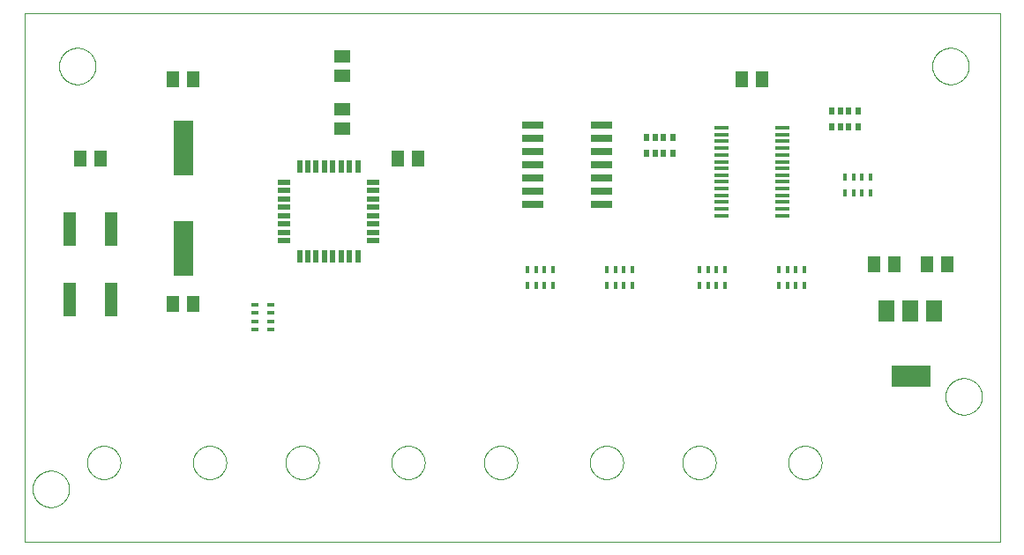
<source format=gtp>
G75*
%MOIN*%
%OFA0B0*%
%FSLAX25Y25*%
%IPPOS*%
%LPD*%
%AMOC8*
5,1,8,0,0,1.08239X$1,22.5*
%
%ADD10C,0.00000*%
%ADD11R,0.05800X0.01400*%
%ADD12R,0.02756X0.01772*%
%ADD13R,0.08000X0.02600*%
%ADD14R,0.01772X0.02756*%
%ADD15R,0.05118X0.06299*%
%ADD16R,0.02362X0.03150*%
%ADD17R,0.01969X0.03150*%
%ADD18R,0.05000X0.02200*%
%ADD19R,0.02200X0.05000*%
%ADD20R,0.07600X0.21000*%
%ADD21R,0.05906X0.05118*%
%ADD22R,0.05900X0.07900*%
%ADD23R,0.15000X0.07900*%
%ADD24R,0.05118X0.05906*%
%ADD25R,0.04724X0.12598*%
D10*
X0006300Y0016250D02*
X0006300Y0216211D01*
X0375001Y0216211D01*
X0375001Y0016250D01*
X0006300Y0016250D01*
X0009410Y0036250D02*
X0009412Y0036419D01*
X0009418Y0036588D01*
X0009429Y0036757D01*
X0009443Y0036925D01*
X0009462Y0037093D01*
X0009485Y0037261D01*
X0009511Y0037428D01*
X0009542Y0037594D01*
X0009577Y0037760D01*
X0009616Y0037924D01*
X0009660Y0038088D01*
X0009707Y0038250D01*
X0009758Y0038411D01*
X0009813Y0038571D01*
X0009872Y0038730D01*
X0009934Y0038887D01*
X0010001Y0039042D01*
X0010072Y0039196D01*
X0010146Y0039348D01*
X0010224Y0039498D01*
X0010305Y0039646D01*
X0010390Y0039792D01*
X0010479Y0039936D01*
X0010571Y0040078D01*
X0010667Y0040217D01*
X0010766Y0040354D01*
X0010868Y0040489D01*
X0010974Y0040621D01*
X0011083Y0040750D01*
X0011195Y0040877D01*
X0011310Y0041001D01*
X0011428Y0041122D01*
X0011549Y0041240D01*
X0011673Y0041355D01*
X0011800Y0041467D01*
X0011929Y0041576D01*
X0012061Y0041682D01*
X0012196Y0041784D01*
X0012333Y0041883D01*
X0012472Y0041979D01*
X0012614Y0042071D01*
X0012758Y0042160D01*
X0012904Y0042245D01*
X0013052Y0042326D01*
X0013202Y0042404D01*
X0013354Y0042478D01*
X0013508Y0042549D01*
X0013663Y0042616D01*
X0013820Y0042678D01*
X0013979Y0042737D01*
X0014139Y0042792D01*
X0014300Y0042843D01*
X0014462Y0042890D01*
X0014626Y0042934D01*
X0014790Y0042973D01*
X0014956Y0043008D01*
X0015122Y0043039D01*
X0015289Y0043065D01*
X0015457Y0043088D01*
X0015625Y0043107D01*
X0015793Y0043121D01*
X0015962Y0043132D01*
X0016131Y0043138D01*
X0016300Y0043140D01*
X0016469Y0043138D01*
X0016638Y0043132D01*
X0016807Y0043121D01*
X0016975Y0043107D01*
X0017143Y0043088D01*
X0017311Y0043065D01*
X0017478Y0043039D01*
X0017644Y0043008D01*
X0017810Y0042973D01*
X0017974Y0042934D01*
X0018138Y0042890D01*
X0018300Y0042843D01*
X0018461Y0042792D01*
X0018621Y0042737D01*
X0018780Y0042678D01*
X0018937Y0042616D01*
X0019092Y0042549D01*
X0019246Y0042478D01*
X0019398Y0042404D01*
X0019548Y0042326D01*
X0019696Y0042245D01*
X0019842Y0042160D01*
X0019986Y0042071D01*
X0020128Y0041979D01*
X0020267Y0041883D01*
X0020404Y0041784D01*
X0020539Y0041682D01*
X0020671Y0041576D01*
X0020800Y0041467D01*
X0020927Y0041355D01*
X0021051Y0041240D01*
X0021172Y0041122D01*
X0021290Y0041001D01*
X0021405Y0040877D01*
X0021517Y0040750D01*
X0021626Y0040621D01*
X0021732Y0040489D01*
X0021834Y0040354D01*
X0021933Y0040217D01*
X0022029Y0040078D01*
X0022121Y0039936D01*
X0022210Y0039792D01*
X0022295Y0039646D01*
X0022376Y0039498D01*
X0022454Y0039348D01*
X0022528Y0039196D01*
X0022599Y0039042D01*
X0022666Y0038887D01*
X0022728Y0038730D01*
X0022787Y0038571D01*
X0022842Y0038411D01*
X0022893Y0038250D01*
X0022940Y0038088D01*
X0022984Y0037924D01*
X0023023Y0037760D01*
X0023058Y0037594D01*
X0023089Y0037428D01*
X0023115Y0037261D01*
X0023138Y0037093D01*
X0023157Y0036925D01*
X0023171Y0036757D01*
X0023182Y0036588D01*
X0023188Y0036419D01*
X0023190Y0036250D01*
X0023188Y0036081D01*
X0023182Y0035912D01*
X0023171Y0035743D01*
X0023157Y0035575D01*
X0023138Y0035407D01*
X0023115Y0035239D01*
X0023089Y0035072D01*
X0023058Y0034906D01*
X0023023Y0034740D01*
X0022984Y0034576D01*
X0022940Y0034412D01*
X0022893Y0034250D01*
X0022842Y0034089D01*
X0022787Y0033929D01*
X0022728Y0033770D01*
X0022666Y0033613D01*
X0022599Y0033458D01*
X0022528Y0033304D01*
X0022454Y0033152D01*
X0022376Y0033002D01*
X0022295Y0032854D01*
X0022210Y0032708D01*
X0022121Y0032564D01*
X0022029Y0032422D01*
X0021933Y0032283D01*
X0021834Y0032146D01*
X0021732Y0032011D01*
X0021626Y0031879D01*
X0021517Y0031750D01*
X0021405Y0031623D01*
X0021290Y0031499D01*
X0021172Y0031378D01*
X0021051Y0031260D01*
X0020927Y0031145D01*
X0020800Y0031033D01*
X0020671Y0030924D01*
X0020539Y0030818D01*
X0020404Y0030716D01*
X0020267Y0030617D01*
X0020128Y0030521D01*
X0019986Y0030429D01*
X0019842Y0030340D01*
X0019696Y0030255D01*
X0019548Y0030174D01*
X0019398Y0030096D01*
X0019246Y0030022D01*
X0019092Y0029951D01*
X0018937Y0029884D01*
X0018780Y0029822D01*
X0018621Y0029763D01*
X0018461Y0029708D01*
X0018300Y0029657D01*
X0018138Y0029610D01*
X0017974Y0029566D01*
X0017810Y0029527D01*
X0017644Y0029492D01*
X0017478Y0029461D01*
X0017311Y0029435D01*
X0017143Y0029412D01*
X0016975Y0029393D01*
X0016807Y0029379D01*
X0016638Y0029368D01*
X0016469Y0029362D01*
X0016300Y0029360D01*
X0016131Y0029362D01*
X0015962Y0029368D01*
X0015793Y0029379D01*
X0015625Y0029393D01*
X0015457Y0029412D01*
X0015289Y0029435D01*
X0015122Y0029461D01*
X0014956Y0029492D01*
X0014790Y0029527D01*
X0014626Y0029566D01*
X0014462Y0029610D01*
X0014300Y0029657D01*
X0014139Y0029708D01*
X0013979Y0029763D01*
X0013820Y0029822D01*
X0013663Y0029884D01*
X0013508Y0029951D01*
X0013354Y0030022D01*
X0013202Y0030096D01*
X0013052Y0030174D01*
X0012904Y0030255D01*
X0012758Y0030340D01*
X0012614Y0030429D01*
X0012472Y0030521D01*
X0012333Y0030617D01*
X0012196Y0030716D01*
X0012061Y0030818D01*
X0011929Y0030924D01*
X0011800Y0031033D01*
X0011673Y0031145D01*
X0011549Y0031260D01*
X0011428Y0031378D01*
X0011310Y0031499D01*
X0011195Y0031623D01*
X0011083Y0031750D01*
X0010974Y0031879D01*
X0010868Y0032011D01*
X0010766Y0032146D01*
X0010667Y0032283D01*
X0010571Y0032422D01*
X0010479Y0032564D01*
X0010390Y0032708D01*
X0010305Y0032854D01*
X0010224Y0033002D01*
X0010146Y0033152D01*
X0010072Y0033304D01*
X0010001Y0033458D01*
X0009934Y0033613D01*
X0009872Y0033770D01*
X0009813Y0033929D01*
X0009758Y0034089D01*
X0009707Y0034250D01*
X0009660Y0034412D01*
X0009616Y0034576D01*
X0009577Y0034740D01*
X0009542Y0034906D01*
X0009511Y0035072D01*
X0009485Y0035239D01*
X0009462Y0035407D01*
X0009443Y0035575D01*
X0009429Y0035743D01*
X0009418Y0035912D01*
X0009412Y0036081D01*
X0009410Y0036250D01*
X0030001Y0046250D02*
X0030003Y0046408D01*
X0030009Y0046566D01*
X0030019Y0046724D01*
X0030033Y0046882D01*
X0030051Y0047039D01*
X0030072Y0047196D01*
X0030098Y0047352D01*
X0030128Y0047508D01*
X0030161Y0047663D01*
X0030199Y0047816D01*
X0030240Y0047969D01*
X0030285Y0048121D01*
X0030334Y0048272D01*
X0030387Y0048421D01*
X0030443Y0048569D01*
X0030503Y0048715D01*
X0030567Y0048860D01*
X0030635Y0049003D01*
X0030706Y0049145D01*
X0030780Y0049285D01*
X0030858Y0049422D01*
X0030940Y0049558D01*
X0031024Y0049692D01*
X0031113Y0049823D01*
X0031204Y0049952D01*
X0031299Y0050079D01*
X0031396Y0050204D01*
X0031497Y0050326D01*
X0031601Y0050445D01*
X0031708Y0050562D01*
X0031818Y0050676D01*
X0031931Y0050787D01*
X0032046Y0050896D01*
X0032164Y0051001D01*
X0032285Y0051103D01*
X0032408Y0051203D01*
X0032534Y0051299D01*
X0032662Y0051392D01*
X0032792Y0051482D01*
X0032925Y0051568D01*
X0033060Y0051652D01*
X0033196Y0051731D01*
X0033335Y0051808D01*
X0033476Y0051880D01*
X0033618Y0051950D01*
X0033762Y0052015D01*
X0033908Y0052077D01*
X0034055Y0052135D01*
X0034204Y0052190D01*
X0034354Y0052241D01*
X0034505Y0052288D01*
X0034657Y0052331D01*
X0034810Y0052370D01*
X0034965Y0052406D01*
X0035120Y0052437D01*
X0035276Y0052465D01*
X0035432Y0052489D01*
X0035589Y0052509D01*
X0035747Y0052525D01*
X0035904Y0052537D01*
X0036063Y0052545D01*
X0036221Y0052549D01*
X0036379Y0052549D01*
X0036537Y0052545D01*
X0036696Y0052537D01*
X0036853Y0052525D01*
X0037011Y0052509D01*
X0037168Y0052489D01*
X0037324Y0052465D01*
X0037480Y0052437D01*
X0037635Y0052406D01*
X0037790Y0052370D01*
X0037943Y0052331D01*
X0038095Y0052288D01*
X0038246Y0052241D01*
X0038396Y0052190D01*
X0038545Y0052135D01*
X0038692Y0052077D01*
X0038838Y0052015D01*
X0038982Y0051950D01*
X0039124Y0051880D01*
X0039265Y0051808D01*
X0039404Y0051731D01*
X0039540Y0051652D01*
X0039675Y0051568D01*
X0039808Y0051482D01*
X0039938Y0051392D01*
X0040066Y0051299D01*
X0040192Y0051203D01*
X0040315Y0051103D01*
X0040436Y0051001D01*
X0040554Y0050896D01*
X0040669Y0050787D01*
X0040782Y0050676D01*
X0040892Y0050562D01*
X0040999Y0050445D01*
X0041103Y0050326D01*
X0041204Y0050204D01*
X0041301Y0050079D01*
X0041396Y0049952D01*
X0041487Y0049823D01*
X0041576Y0049692D01*
X0041660Y0049558D01*
X0041742Y0049422D01*
X0041820Y0049285D01*
X0041894Y0049145D01*
X0041965Y0049003D01*
X0042033Y0048860D01*
X0042097Y0048715D01*
X0042157Y0048569D01*
X0042213Y0048421D01*
X0042266Y0048272D01*
X0042315Y0048121D01*
X0042360Y0047969D01*
X0042401Y0047816D01*
X0042439Y0047663D01*
X0042472Y0047508D01*
X0042502Y0047352D01*
X0042528Y0047196D01*
X0042549Y0047039D01*
X0042567Y0046882D01*
X0042581Y0046724D01*
X0042591Y0046566D01*
X0042597Y0046408D01*
X0042599Y0046250D01*
X0042597Y0046092D01*
X0042591Y0045934D01*
X0042581Y0045776D01*
X0042567Y0045618D01*
X0042549Y0045461D01*
X0042528Y0045304D01*
X0042502Y0045148D01*
X0042472Y0044992D01*
X0042439Y0044837D01*
X0042401Y0044684D01*
X0042360Y0044531D01*
X0042315Y0044379D01*
X0042266Y0044228D01*
X0042213Y0044079D01*
X0042157Y0043931D01*
X0042097Y0043785D01*
X0042033Y0043640D01*
X0041965Y0043497D01*
X0041894Y0043355D01*
X0041820Y0043215D01*
X0041742Y0043078D01*
X0041660Y0042942D01*
X0041576Y0042808D01*
X0041487Y0042677D01*
X0041396Y0042548D01*
X0041301Y0042421D01*
X0041204Y0042296D01*
X0041103Y0042174D01*
X0040999Y0042055D01*
X0040892Y0041938D01*
X0040782Y0041824D01*
X0040669Y0041713D01*
X0040554Y0041604D01*
X0040436Y0041499D01*
X0040315Y0041397D01*
X0040192Y0041297D01*
X0040066Y0041201D01*
X0039938Y0041108D01*
X0039808Y0041018D01*
X0039675Y0040932D01*
X0039540Y0040848D01*
X0039404Y0040769D01*
X0039265Y0040692D01*
X0039124Y0040620D01*
X0038982Y0040550D01*
X0038838Y0040485D01*
X0038692Y0040423D01*
X0038545Y0040365D01*
X0038396Y0040310D01*
X0038246Y0040259D01*
X0038095Y0040212D01*
X0037943Y0040169D01*
X0037790Y0040130D01*
X0037635Y0040094D01*
X0037480Y0040063D01*
X0037324Y0040035D01*
X0037168Y0040011D01*
X0037011Y0039991D01*
X0036853Y0039975D01*
X0036696Y0039963D01*
X0036537Y0039955D01*
X0036379Y0039951D01*
X0036221Y0039951D01*
X0036063Y0039955D01*
X0035904Y0039963D01*
X0035747Y0039975D01*
X0035589Y0039991D01*
X0035432Y0040011D01*
X0035276Y0040035D01*
X0035120Y0040063D01*
X0034965Y0040094D01*
X0034810Y0040130D01*
X0034657Y0040169D01*
X0034505Y0040212D01*
X0034354Y0040259D01*
X0034204Y0040310D01*
X0034055Y0040365D01*
X0033908Y0040423D01*
X0033762Y0040485D01*
X0033618Y0040550D01*
X0033476Y0040620D01*
X0033335Y0040692D01*
X0033196Y0040769D01*
X0033060Y0040848D01*
X0032925Y0040932D01*
X0032792Y0041018D01*
X0032662Y0041108D01*
X0032534Y0041201D01*
X0032408Y0041297D01*
X0032285Y0041397D01*
X0032164Y0041499D01*
X0032046Y0041604D01*
X0031931Y0041713D01*
X0031818Y0041824D01*
X0031708Y0041938D01*
X0031601Y0042055D01*
X0031497Y0042174D01*
X0031396Y0042296D01*
X0031299Y0042421D01*
X0031204Y0042548D01*
X0031113Y0042677D01*
X0031024Y0042808D01*
X0030940Y0042942D01*
X0030858Y0043078D01*
X0030780Y0043215D01*
X0030706Y0043355D01*
X0030635Y0043497D01*
X0030567Y0043640D01*
X0030503Y0043785D01*
X0030443Y0043931D01*
X0030387Y0044079D01*
X0030334Y0044228D01*
X0030285Y0044379D01*
X0030240Y0044531D01*
X0030199Y0044684D01*
X0030161Y0044837D01*
X0030128Y0044992D01*
X0030098Y0045148D01*
X0030072Y0045304D01*
X0030051Y0045461D01*
X0030033Y0045618D01*
X0030019Y0045776D01*
X0030009Y0045934D01*
X0030003Y0046092D01*
X0030001Y0046250D01*
X0070001Y0046250D02*
X0070003Y0046408D01*
X0070009Y0046566D01*
X0070019Y0046724D01*
X0070033Y0046882D01*
X0070051Y0047039D01*
X0070072Y0047196D01*
X0070098Y0047352D01*
X0070128Y0047508D01*
X0070161Y0047663D01*
X0070199Y0047816D01*
X0070240Y0047969D01*
X0070285Y0048121D01*
X0070334Y0048272D01*
X0070387Y0048421D01*
X0070443Y0048569D01*
X0070503Y0048715D01*
X0070567Y0048860D01*
X0070635Y0049003D01*
X0070706Y0049145D01*
X0070780Y0049285D01*
X0070858Y0049422D01*
X0070940Y0049558D01*
X0071024Y0049692D01*
X0071113Y0049823D01*
X0071204Y0049952D01*
X0071299Y0050079D01*
X0071396Y0050204D01*
X0071497Y0050326D01*
X0071601Y0050445D01*
X0071708Y0050562D01*
X0071818Y0050676D01*
X0071931Y0050787D01*
X0072046Y0050896D01*
X0072164Y0051001D01*
X0072285Y0051103D01*
X0072408Y0051203D01*
X0072534Y0051299D01*
X0072662Y0051392D01*
X0072792Y0051482D01*
X0072925Y0051568D01*
X0073060Y0051652D01*
X0073196Y0051731D01*
X0073335Y0051808D01*
X0073476Y0051880D01*
X0073618Y0051950D01*
X0073762Y0052015D01*
X0073908Y0052077D01*
X0074055Y0052135D01*
X0074204Y0052190D01*
X0074354Y0052241D01*
X0074505Y0052288D01*
X0074657Y0052331D01*
X0074810Y0052370D01*
X0074965Y0052406D01*
X0075120Y0052437D01*
X0075276Y0052465D01*
X0075432Y0052489D01*
X0075589Y0052509D01*
X0075747Y0052525D01*
X0075904Y0052537D01*
X0076063Y0052545D01*
X0076221Y0052549D01*
X0076379Y0052549D01*
X0076537Y0052545D01*
X0076696Y0052537D01*
X0076853Y0052525D01*
X0077011Y0052509D01*
X0077168Y0052489D01*
X0077324Y0052465D01*
X0077480Y0052437D01*
X0077635Y0052406D01*
X0077790Y0052370D01*
X0077943Y0052331D01*
X0078095Y0052288D01*
X0078246Y0052241D01*
X0078396Y0052190D01*
X0078545Y0052135D01*
X0078692Y0052077D01*
X0078838Y0052015D01*
X0078982Y0051950D01*
X0079124Y0051880D01*
X0079265Y0051808D01*
X0079404Y0051731D01*
X0079540Y0051652D01*
X0079675Y0051568D01*
X0079808Y0051482D01*
X0079938Y0051392D01*
X0080066Y0051299D01*
X0080192Y0051203D01*
X0080315Y0051103D01*
X0080436Y0051001D01*
X0080554Y0050896D01*
X0080669Y0050787D01*
X0080782Y0050676D01*
X0080892Y0050562D01*
X0080999Y0050445D01*
X0081103Y0050326D01*
X0081204Y0050204D01*
X0081301Y0050079D01*
X0081396Y0049952D01*
X0081487Y0049823D01*
X0081576Y0049692D01*
X0081660Y0049558D01*
X0081742Y0049422D01*
X0081820Y0049285D01*
X0081894Y0049145D01*
X0081965Y0049003D01*
X0082033Y0048860D01*
X0082097Y0048715D01*
X0082157Y0048569D01*
X0082213Y0048421D01*
X0082266Y0048272D01*
X0082315Y0048121D01*
X0082360Y0047969D01*
X0082401Y0047816D01*
X0082439Y0047663D01*
X0082472Y0047508D01*
X0082502Y0047352D01*
X0082528Y0047196D01*
X0082549Y0047039D01*
X0082567Y0046882D01*
X0082581Y0046724D01*
X0082591Y0046566D01*
X0082597Y0046408D01*
X0082599Y0046250D01*
X0082597Y0046092D01*
X0082591Y0045934D01*
X0082581Y0045776D01*
X0082567Y0045618D01*
X0082549Y0045461D01*
X0082528Y0045304D01*
X0082502Y0045148D01*
X0082472Y0044992D01*
X0082439Y0044837D01*
X0082401Y0044684D01*
X0082360Y0044531D01*
X0082315Y0044379D01*
X0082266Y0044228D01*
X0082213Y0044079D01*
X0082157Y0043931D01*
X0082097Y0043785D01*
X0082033Y0043640D01*
X0081965Y0043497D01*
X0081894Y0043355D01*
X0081820Y0043215D01*
X0081742Y0043078D01*
X0081660Y0042942D01*
X0081576Y0042808D01*
X0081487Y0042677D01*
X0081396Y0042548D01*
X0081301Y0042421D01*
X0081204Y0042296D01*
X0081103Y0042174D01*
X0080999Y0042055D01*
X0080892Y0041938D01*
X0080782Y0041824D01*
X0080669Y0041713D01*
X0080554Y0041604D01*
X0080436Y0041499D01*
X0080315Y0041397D01*
X0080192Y0041297D01*
X0080066Y0041201D01*
X0079938Y0041108D01*
X0079808Y0041018D01*
X0079675Y0040932D01*
X0079540Y0040848D01*
X0079404Y0040769D01*
X0079265Y0040692D01*
X0079124Y0040620D01*
X0078982Y0040550D01*
X0078838Y0040485D01*
X0078692Y0040423D01*
X0078545Y0040365D01*
X0078396Y0040310D01*
X0078246Y0040259D01*
X0078095Y0040212D01*
X0077943Y0040169D01*
X0077790Y0040130D01*
X0077635Y0040094D01*
X0077480Y0040063D01*
X0077324Y0040035D01*
X0077168Y0040011D01*
X0077011Y0039991D01*
X0076853Y0039975D01*
X0076696Y0039963D01*
X0076537Y0039955D01*
X0076379Y0039951D01*
X0076221Y0039951D01*
X0076063Y0039955D01*
X0075904Y0039963D01*
X0075747Y0039975D01*
X0075589Y0039991D01*
X0075432Y0040011D01*
X0075276Y0040035D01*
X0075120Y0040063D01*
X0074965Y0040094D01*
X0074810Y0040130D01*
X0074657Y0040169D01*
X0074505Y0040212D01*
X0074354Y0040259D01*
X0074204Y0040310D01*
X0074055Y0040365D01*
X0073908Y0040423D01*
X0073762Y0040485D01*
X0073618Y0040550D01*
X0073476Y0040620D01*
X0073335Y0040692D01*
X0073196Y0040769D01*
X0073060Y0040848D01*
X0072925Y0040932D01*
X0072792Y0041018D01*
X0072662Y0041108D01*
X0072534Y0041201D01*
X0072408Y0041297D01*
X0072285Y0041397D01*
X0072164Y0041499D01*
X0072046Y0041604D01*
X0071931Y0041713D01*
X0071818Y0041824D01*
X0071708Y0041938D01*
X0071601Y0042055D01*
X0071497Y0042174D01*
X0071396Y0042296D01*
X0071299Y0042421D01*
X0071204Y0042548D01*
X0071113Y0042677D01*
X0071024Y0042808D01*
X0070940Y0042942D01*
X0070858Y0043078D01*
X0070780Y0043215D01*
X0070706Y0043355D01*
X0070635Y0043497D01*
X0070567Y0043640D01*
X0070503Y0043785D01*
X0070443Y0043931D01*
X0070387Y0044079D01*
X0070334Y0044228D01*
X0070285Y0044379D01*
X0070240Y0044531D01*
X0070199Y0044684D01*
X0070161Y0044837D01*
X0070128Y0044992D01*
X0070098Y0045148D01*
X0070072Y0045304D01*
X0070051Y0045461D01*
X0070033Y0045618D01*
X0070019Y0045776D01*
X0070009Y0045934D01*
X0070003Y0046092D01*
X0070001Y0046250D01*
X0105001Y0046250D02*
X0105003Y0046408D01*
X0105009Y0046566D01*
X0105019Y0046724D01*
X0105033Y0046882D01*
X0105051Y0047039D01*
X0105072Y0047196D01*
X0105098Y0047352D01*
X0105128Y0047508D01*
X0105161Y0047663D01*
X0105199Y0047816D01*
X0105240Y0047969D01*
X0105285Y0048121D01*
X0105334Y0048272D01*
X0105387Y0048421D01*
X0105443Y0048569D01*
X0105503Y0048715D01*
X0105567Y0048860D01*
X0105635Y0049003D01*
X0105706Y0049145D01*
X0105780Y0049285D01*
X0105858Y0049422D01*
X0105940Y0049558D01*
X0106024Y0049692D01*
X0106113Y0049823D01*
X0106204Y0049952D01*
X0106299Y0050079D01*
X0106396Y0050204D01*
X0106497Y0050326D01*
X0106601Y0050445D01*
X0106708Y0050562D01*
X0106818Y0050676D01*
X0106931Y0050787D01*
X0107046Y0050896D01*
X0107164Y0051001D01*
X0107285Y0051103D01*
X0107408Y0051203D01*
X0107534Y0051299D01*
X0107662Y0051392D01*
X0107792Y0051482D01*
X0107925Y0051568D01*
X0108060Y0051652D01*
X0108196Y0051731D01*
X0108335Y0051808D01*
X0108476Y0051880D01*
X0108618Y0051950D01*
X0108762Y0052015D01*
X0108908Y0052077D01*
X0109055Y0052135D01*
X0109204Y0052190D01*
X0109354Y0052241D01*
X0109505Y0052288D01*
X0109657Y0052331D01*
X0109810Y0052370D01*
X0109965Y0052406D01*
X0110120Y0052437D01*
X0110276Y0052465D01*
X0110432Y0052489D01*
X0110589Y0052509D01*
X0110747Y0052525D01*
X0110904Y0052537D01*
X0111063Y0052545D01*
X0111221Y0052549D01*
X0111379Y0052549D01*
X0111537Y0052545D01*
X0111696Y0052537D01*
X0111853Y0052525D01*
X0112011Y0052509D01*
X0112168Y0052489D01*
X0112324Y0052465D01*
X0112480Y0052437D01*
X0112635Y0052406D01*
X0112790Y0052370D01*
X0112943Y0052331D01*
X0113095Y0052288D01*
X0113246Y0052241D01*
X0113396Y0052190D01*
X0113545Y0052135D01*
X0113692Y0052077D01*
X0113838Y0052015D01*
X0113982Y0051950D01*
X0114124Y0051880D01*
X0114265Y0051808D01*
X0114404Y0051731D01*
X0114540Y0051652D01*
X0114675Y0051568D01*
X0114808Y0051482D01*
X0114938Y0051392D01*
X0115066Y0051299D01*
X0115192Y0051203D01*
X0115315Y0051103D01*
X0115436Y0051001D01*
X0115554Y0050896D01*
X0115669Y0050787D01*
X0115782Y0050676D01*
X0115892Y0050562D01*
X0115999Y0050445D01*
X0116103Y0050326D01*
X0116204Y0050204D01*
X0116301Y0050079D01*
X0116396Y0049952D01*
X0116487Y0049823D01*
X0116576Y0049692D01*
X0116660Y0049558D01*
X0116742Y0049422D01*
X0116820Y0049285D01*
X0116894Y0049145D01*
X0116965Y0049003D01*
X0117033Y0048860D01*
X0117097Y0048715D01*
X0117157Y0048569D01*
X0117213Y0048421D01*
X0117266Y0048272D01*
X0117315Y0048121D01*
X0117360Y0047969D01*
X0117401Y0047816D01*
X0117439Y0047663D01*
X0117472Y0047508D01*
X0117502Y0047352D01*
X0117528Y0047196D01*
X0117549Y0047039D01*
X0117567Y0046882D01*
X0117581Y0046724D01*
X0117591Y0046566D01*
X0117597Y0046408D01*
X0117599Y0046250D01*
X0117597Y0046092D01*
X0117591Y0045934D01*
X0117581Y0045776D01*
X0117567Y0045618D01*
X0117549Y0045461D01*
X0117528Y0045304D01*
X0117502Y0045148D01*
X0117472Y0044992D01*
X0117439Y0044837D01*
X0117401Y0044684D01*
X0117360Y0044531D01*
X0117315Y0044379D01*
X0117266Y0044228D01*
X0117213Y0044079D01*
X0117157Y0043931D01*
X0117097Y0043785D01*
X0117033Y0043640D01*
X0116965Y0043497D01*
X0116894Y0043355D01*
X0116820Y0043215D01*
X0116742Y0043078D01*
X0116660Y0042942D01*
X0116576Y0042808D01*
X0116487Y0042677D01*
X0116396Y0042548D01*
X0116301Y0042421D01*
X0116204Y0042296D01*
X0116103Y0042174D01*
X0115999Y0042055D01*
X0115892Y0041938D01*
X0115782Y0041824D01*
X0115669Y0041713D01*
X0115554Y0041604D01*
X0115436Y0041499D01*
X0115315Y0041397D01*
X0115192Y0041297D01*
X0115066Y0041201D01*
X0114938Y0041108D01*
X0114808Y0041018D01*
X0114675Y0040932D01*
X0114540Y0040848D01*
X0114404Y0040769D01*
X0114265Y0040692D01*
X0114124Y0040620D01*
X0113982Y0040550D01*
X0113838Y0040485D01*
X0113692Y0040423D01*
X0113545Y0040365D01*
X0113396Y0040310D01*
X0113246Y0040259D01*
X0113095Y0040212D01*
X0112943Y0040169D01*
X0112790Y0040130D01*
X0112635Y0040094D01*
X0112480Y0040063D01*
X0112324Y0040035D01*
X0112168Y0040011D01*
X0112011Y0039991D01*
X0111853Y0039975D01*
X0111696Y0039963D01*
X0111537Y0039955D01*
X0111379Y0039951D01*
X0111221Y0039951D01*
X0111063Y0039955D01*
X0110904Y0039963D01*
X0110747Y0039975D01*
X0110589Y0039991D01*
X0110432Y0040011D01*
X0110276Y0040035D01*
X0110120Y0040063D01*
X0109965Y0040094D01*
X0109810Y0040130D01*
X0109657Y0040169D01*
X0109505Y0040212D01*
X0109354Y0040259D01*
X0109204Y0040310D01*
X0109055Y0040365D01*
X0108908Y0040423D01*
X0108762Y0040485D01*
X0108618Y0040550D01*
X0108476Y0040620D01*
X0108335Y0040692D01*
X0108196Y0040769D01*
X0108060Y0040848D01*
X0107925Y0040932D01*
X0107792Y0041018D01*
X0107662Y0041108D01*
X0107534Y0041201D01*
X0107408Y0041297D01*
X0107285Y0041397D01*
X0107164Y0041499D01*
X0107046Y0041604D01*
X0106931Y0041713D01*
X0106818Y0041824D01*
X0106708Y0041938D01*
X0106601Y0042055D01*
X0106497Y0042174D01*
X0106396Y0042296D01*
X0106299Y0042421D01*
X0106204Y0042548D01*
X0106113Y0042677D01*
X0106024Y0042808D01*
X0105940Y0042942D01*
X0105858Y0043078D01*
X0105780Y0043215D01*
X0105706Y0043355D01*
X0105635Y0043497D01*
X0105567Y0043640D01*
X0105503Y0043785D01*
X0105443Y0043931D01*
X0105387Y0044079D01*
X0105334Y0044228D01*
X0105285Y0044379D01*
X0105240Y0044531D01*
X0105199Y0044684D01*
X0105161Y0044837D01*
X0105128Y0044992D01*
X0105098Y0045148D01*
X0105072Y0045304D01*
X0105051Y0045461D01*
X0105033Y0045618D01*
X0105019Y0045776D01*
X0105009Y0045934D01*
X0105003Y0046092D01*
X0105001Y0046250D01*
X0145001Y0046250D02*
X0145003Y0046408D01*
X0145009Y0046566D01*
X0145019Y0046724D01*
X0145033Y0046882D01*
X0145051Y0047039D01*
X0145072Y0047196D01*
X0145098Y0047352D01*
X0145128Y0047508D01*
X0145161Y0047663D01*
X0145199Y0047816D01*
X0145240Y0047969D01*
X0145285Y0048121D01*
X0145334Y0048272D01*
X0145387Y0048421D01*
X0145443Y0048569D01*
X0145503Y0048715D01*
X0145567Y0048860D01*
X0145635Y0049003D01*
X0145706Y0049145D01*
X0145780Y0049285D01*
X0145858Y0049422D01*
X0145940Y0049558D01*
X0146024Y0049692D01*
X0146113Y0049823D01*
X0146204Y0049952D01*
X0146299Y0050079D01*
X0146396Y0050204D01*
X0146497Y0050326D01*
X0146601Y0050445D01*
X0146708Y0050562D01*
X0146818Y0050676D01*
X0146931Y0050787D01*
X0147046Y0050896D01*
X0147164Y0051001D01*
X0147285Y0051103D01*
X0147408Y0051203D01*
X0147534Y0051299D01*
X0147662Y0051392D01*
X0147792Y0051482D01*
X0147925Y0051568D01*
X0148060Y0051652D01*
X0148196Y0051731D01*
X0148335Y0051808D01*
X0148476Y0051880D01*
X0148618Y0051950D01*
X0148762Y0052015D01*
X0148908Y0052077D01*
X0149055Y0052135D01*
X0149204Y0052190D01*
X0149354Y0052241D01*
X0149505Y0052288D01*
X0149657Y0052331D01*
X0149810Y0052370D01*
X0149965Y0052406D01*
X0150120Y0052437D01*
X0150276Y0052465D01*
X0150432Y0052489D01*
X0150589Y0052509D01*
X0150747Y0052525D01*
X0150904Y0052537D01*
X0151063Y0052545D01*
X0151221Y0052549D01*
X0151379Y0052549D01*
X0151537Y0052545D01*
X0151696Y0052537D01*
X0151853Y0052525D01*
X0152011Y0052509D01*
X0152168Y0052489D01*
X0152324Y0052465D01*
X0152480Y0052437D01*
X0152635Y0052406D01*
X0152790Y0052370D01*
X0152943Y0052331D01*
X0153095Y0052288D01*
X0153246Y0052241D01*
X0153396Y0052190D01*
X0153545Y0052135D01*
X0153692Y0052077D01*
X0153838Y0052015D01*
X0153982Y0051950D01*
X0154124Y0051880D01*
X0154265Y0051808D01*
X0154404Y0051731D01*
X0154540Y0051652D01*
X0154675Y0051568D01*
X0154808Y0051482D01*
X0154938Y0051392D01*
X0155066Y0051299D01*
X0155192Y0051203D01*
X0155315Y0051103D01*
X0155436Y0051001D01*
X0155554Y0050896D01*
X0155669Y0050787D01*
X0155782Y0050676D01*
X0155892Y0050562D01*
X0155999Y0050445D01*
X0156103Y0050326D01*
X0156204Y0050204D01*
X0156301Y0050079D01*
X0156396Y0049952D01*
X0156487Y0049823D01*
X0156576Y0049692D01*
X0156660Y0049558D01*
X0156742Y0049422D01*
X0156820Y0049285D01*
X0156894Y0049145D01*
X0156965Y0049003D01*
X0157033Y0048860D01*
X0157097Y0048715D01*
X0157157Y0048569D01*
X0157213Y0048421D01*
X0157266Y0048272D01*
X0157315Y0048121D01*
X0157360Y0047969D01*
X0157401Y0047816D01*
X0157439Y0047663D01*
X0157472Y0047508D01*
X0157502Y0047352D01*
X0157528Y0047196D01*
X0157549Y0047039D01*
X0157567Y0046882D01*
X0157581Y0046724D01*
X0157591Y0046566D01*
X0157597Y0046408D01*
X0157599Y0046250D01*
X0157597Y0046092D01*
X0157591Y0045934D01*
X0157581Y0045776D01*
X0157567Y0045618D01*
X0157549Y0045461D01*
X0157528Y0045304D01*
X0157502Y0045148D01*
X0157472Y0044992D01*
X0157439Y0044837D01*
X0157401Y0044684D01*
X0157360Y0044531D01*
X0157315Y0044379D01*
X0157266Y0044228D01*
X0157213Y0044079D01*
X0157157Y0043931D01*
X0157097Y0043785D01*
X0157033Y0043640D01*
X0156965Y0043497D01*
X0156894Y0043355D01*
X0156820Y0043215D01*
X0156742Y0043078D01*
X0156660Y0042942D01*
X0156576Y0042808D01*
X0156487Y0042677D01*
X0156396Y0042548D01*
X0156301Y0042421D01*
X0156204Y0042296D01*
X0156103Y0042174D01*
X0155999Y0042055D01*
X0155892Y0041938D01*
X0155782Y0041824D01*
X0155669Y0041713D01*
X0155554Y0041604D01*
X0155436Y0041499D01*
X0155315Y0041397D01*
X0155192Y0041297D01*
X0155066Y0041201D01*
X0154938Y0041108D01*
X0154808Y0041018D01*
X0154675Y0040932D01*
X0154540Y0040848D01*
X0154404Y0040769D01*
X0154265Y0040692D01*
X0154124Y0040620D01*
X0153982Y0040550D01*
X0153838Y0040485D01*
X0153692Y0040423D01*
X0153545Y0040365D01*
X0153396Y0040310D01*
X0153246Y0040259D01*
X0153095Y0040212D01*
X0152943Y0040169D01*
X0152790Y0040130D01*
X0152635Y0040094D01*
X0152480Y0040063D01*
X0152324Y0040035D01*
X0152168Y0040011D01*
X0152011Y0039991D01*
X0151853Y0039975D01*
X0151696Y0039963D01*
X0151537Y0039955D01*
X0151379Y0039951D01*
X0151221Y0039951D01*
X0151063Y0039955D01*
X0150904Y0039963D01*
X0150747Y0039975D01*
X0150589Y0039991D01*
X0150432Y0040011D01*
X0150276Y0040035D01*
X0150120Y0040063D01*
X0149965Y0040094D01*
X0149810Y0040130D01*
X0149657Y0040169D01*
X0149505Y0040212D01*
X0149354Y0040259D01*
X0149204Y0040310D01*
X0149055Y0040365D01*
X0148908Y0040423D01*
X0148762Y0040485D01*
X0148618Y0040550D01*
X0148476Y0040620D01*
X0148335Y0040692D01*
X0148196Y0040769D01*
X0148060Y0040848D01*
X0147925Y0040932D01*
X0147792Y0041018D01*
X0147662Y0041108D01*
X0147534Y0041201D01*
X0147408Y0041297D01*
X0147285Y0041397D01*
X0147164Y0041499D01*
X0147046Y0041604D01*
X0146931Y0041713D01*
X0146818Y0041824D01*
X0146708Y0041938D01*
X0146601Y0042055D01*
X0146497Y0042174D01*
X0146396Y0042296D01*
X0146299Y0042421D01*
X0146204Y0042548D01*
X0146113Y0042677D01*
X0146024Y0042808D01*
X0145940Y0042942D01*
X0145858Y0043078D01*
X0145780Y0043215D01*
X0145706Y0043355D01*
X0145635Y0043497D01*
X0145567Y0043640D01*
X0145503Y0043785D01*
X0145443Y0043931D01*
X0145387Y0044079D01*
X0145334Y0044228D01*
X0145285Y0044379D01*
X0145240Y0044531D01*
X0145199Y0044684D01*
X0145161Y0044837D01*
X0145128Y0044992D01*
X0145098Y0045148D01*
X0145072Y0045304D01*
X0145051Y0045461D01*
X0145033Y0045618D01*
X0145019Y0045776D01*
X0145009Y0045934D01*
X0145003Y0046092D01*
X0145001Y0046250D01*
X0180001Y0046250D02*
X0180003Y0046408D01*
X0180009Y0046566D01*
X0180019Y0046724D01*
X0180033Y0046882D01*
X0180051Y0047039D01*
X0180072Y0047196D01*
X0180098Y0047352D01*
X0180128Y0047508D01*
X0180161Y0047663D01*
X0180199Y0047816D01*
X0180240Y0047969D01*
X0180285Y0048121D01*
X0180334Y0048272D01*
X0180387Y0048421D01*
X0180443Y0048569D01*
X0180503Y0048715D01*
X0180567Y0048860D01*
X0180635Y0049003D01*
X0180706Y0049145D01*
X0180780Y0049285D01*
X0180858Y0049422D01*
X0180940Y0049558D01*
X0181024Y0049692D01*
X0181113Y0049823D01*
X0181204Y0049952D01*
X0181299Y0050079D01*
X0181396Y0050204D01*
X0181497Y0050326D01*
X0181601Y0050445D01*
X0181708Y0050562D01*
X0181818Y0050676D01*
X0181931Y0050787D01*
X0182046Y0050896D01*
X0182164Y0051001D01*
X0182285Y0051103D01*
X0182408Y0051203D01*
X0182534Y0051299D01*
X0182662Y0051392D01*
X0182792Y0051482D01*
X0182925Y0051568D01*
X0183060Y0051652D01*
X0183196Y0051731D01*
X0183335Y0051808D01*
X0183476Y0051880D01*
X0183618Y0051950D01*
X0183762Y0052015D01*
X0183908Y0052077D01*
X0184055Y0052135D01*
X0184204Y0052190D01*
X0184354Y0052241D01*
X0184505Y0052288D01*
X0184657Y0052331D01*
X0184810Y0052370D01*
X0184965Y0052406D01*
X0185120Y0052437D01*
X0185276Y0052465D01*
X0185432Y0052489D01*
X0185589Y0052509D01*
X0185747Y0052525D01*
X0185904Y0052537D01*
X0186063Y0052545D01*
X0186221Y0052549D01*
X0186379Y0052549D01*
X0186537Y0052545D01*
X0186696Y0052537D01*
X0186853Y0052525D01*
X0187011Y0052509D01*
X0187168Y0052489D01*
X0187324Y0052465D01*
X0187480Y0052437D01*
X0187635Y0052406D01*
X0187790Y0052370D01*
X0187943Y0052331D01*
X0188095Y0052288D01*
X0188246Y0052241D01*
X0188396Y0052190D01*
X0188545Y0052135D01*
X0188692Y0052077D01*
X0188838Y0052015D01*
X0188982Y0051950D01*
X0189124Y0051880D01*
X0189265Y0051808D01*
X0189404Y0051731D01*
X0189540Y0051652D01*
X0189675Y0051568D01*
X0189808Y0051482D01*
X0189938Y0051392D01*
X0190066Y0051299D01*
X0190192Y0051203D01*
X0190315Y0051103D01*
X0190436Y0051001D01*
X0190554Y0050896D01*
X0190669Y0050787D01*
X0190782Y0050676D01*
X0190892Y0050562D01*
X0190999Y0050445D01*
X0191103Y0050326D01*
X0191204Y0050204D01*
X0191301Y0050079D01*
X0191396Y0049952D01*
X0191487Y0049823D01*
X0191576Y0049692D01*
X0191660Y0049558D01*
X0191742Y0049422D01*
X0191820Y0049285D01*
X0191894Y0049145D01*
X0191965Y0049003D01*
X0192033Y0048860D01*
X0192097Y0048715D01*
X0192157Y0048569D01*
X0192213Y0048421D01*
X0192266Y0048272D01*
X0192315Y0048121D01*
X0192360Y0047969D01*
X0192401Y0047816D01*
X0192439Y0047663D01*
X0192472Y0047508D01*
X0192502Y0047352D01*
X0192528Y0047196D01*
X0192549Y0047039D01*
X0192567Y0046882D01*
X0192581Y0046724D01*
X0192591Y0046566D01*
X0192597Y0046408D01*
X0192599Y0046250D01*
X0192597Y0046092D01*
X0192591Y0045934D01*
X0192581Y0045776D01*
X0192567Y0045618D01*
X0192549Y0045461D01*
X0192528Y0045304D01*
X0192502Y0045148D01*
X0192472Y0044992D01*
X0192439Y0044837D01*
X0192401Y0044684D01*
X0192360Y0044531D01*
X0192315Y0044379D01*
X0192266Y0044228D01*
X0192213Y0044079D01*
X0192157Y0043931D01*
X0192097Y0043785D01*
X0192033Y0043640D01*
X0191965Y0043497D01*
X0191894Y0043355D01*
X0191820Y0043215D01*
X0191742Y0043078D01*
X0191660Y0042942D01*
X0191576Y0042808D01*
X0191487Y0042677D01*
X0191396Y0042548D01*
X0191301Y0042421D01*
X0191204Y0042296D01*
X0191103Y0042174D01*
X0190999Y0042055D01*
X0190892Y0041938D01*
X0190782Y0041824D01*
X0190669Y0041713D01*
X0190554Y0041604D01*
X0190436Y0041499D01*
X0190315Y0041397D01*
X0190192Y0041297D01*
X0190066Y0041201D01*
X0189938Y0041108D01*
X0189808Y0041018D01*
X0189675Y0040932D01*
X0189540Y0040848D01*
X0189404Y0040769D01*
X0189265Y0040692D01*
X0189124Y0040620D01*
X0188982Y0040550D01*
X0188838Y0040485D01*
X0188692Y0040423D01*
X0188545Y0040365D01*
X0188396Y0040310D01*
X0188246Y0040259D01*
X0188095Y0040212D01*
X0187943Y0040169D01*
X0187790Y0040130D01*
X0187635Y0040094D01*
X0187480Y0040063D01*
X0187324Y0040035D01*
X0187168Y0040011D01*
X0187011Y0039991D01*
X0186853Y0039975D01*
X0186696Y0039963D01*
X0186537Y0039955D01*
X0186379Y0039951D01*
X0186221Y0039951D01*
X0186063Y0039955D01*
X0185904Y0039963D01*
X0185747Y0039975D01*
X0185589Y0039991D01*
X0185432Y0040011D01*
X0185276Y0040035D01*
X0185120Y0040063D01*
X0184965Y0040094D01*
X0184810Y0040130D01*
X0184657Y0040169D01*
X0184505Y0040212D01*
X0184354Y0040259D01*
X0184204Y0040310D01*
X0184055Y0040365D01*
X0183908Y0040423D01*
X0183762Y0040485D01*
X0183618Y0040550D01*
X0183476Y0040620D01*
X0183335Y0040692D01*
X0183196Y0040769D01*
X0183060Y0040848D01*
X0182925Y0040932D01*
X0182792Y0041018D01*
X0182662Y0041108D01*
X0182534Y0041201D01*
X0182408Y0041297D01*
X0182285Y0041397D01*
X0182164Y0041499D01*
X0182046Y0041604D01*
X0181931Y0041713D01*
X0181818Y0041824D01*
X0181708Y0041938D01*
X0181601Y0042055D01*
X0181497Y0042174D01*
X0181396Y0042296D01*
X0181299Y0042421D01*
X0181204Y0042548D01*
X0181113Y0042677D01*
X0181024Y0042808D01*
X0180940Y0042942D01*
X0180858Y0043078D01*
X0180780Y0043215D01*
X0180706Y0043355D01*
X0180635Y0043497D01*
X0180567Y0043640D01*
X0180503Y0043785D01*
X0180443Y0043931D01*
X0180387Y0044079D01*
X0180334Y0044228D01*
X0180285Y0044379D01*
X0180240Y0044531D01*
X0180199Y0044684D01*
X0180161Y0044837D01*
X0180128Y0044992D01*
X0180098Y0045148D01*
X0180072Y0045304D01*
X0180051Y0045461D01*
X0180033Y0045618D01*
X0180019Y0045776D01*
X0180009Y0045934D01*
X0180003Y0046092D01*
X0180001Y0046250D01*
X0220001Y0046250D02*
X0220003Y0046408D01*
X0220009Y0046566D01*
X0220019Y0046724D01*
X0220033Y0046882D01*
X0220051Y0047039D01*
X0220072Y0047196D01*
X0220098Y0047352D01*
X0220128Y0047508D01*
X0220161Y0047663D01*
X0220199Y0047816D01*
X0220240Y0047969D01*
X0220285Y0048121D01*
X0220334Y0048272D01*
X0220387Y0048421D01*
X0220443Y0048569D01*
X0220503Y0048715D01*
X0220567Y0048860D01*
X0220635Y0049003D01*
X0220706Y0049145D01*
X0220780Y0049285D01*
X0220858Y0049422D01*
X0220940Y0049558D01*
X0221024Y0049692D01*
X0221113Y0049823D01*
X0221204Y0049952D01*
X0221299Y0050079D01*
X0221396Y0050204D01*
X0221497Y0050326D01*
X0221601Y0050445D01*
X0221708Y0050562D01*
X0221818Y0050676D01*
X0221931Y0050787D01*
X0222046Y0050896D01*
X0222164Y0051001D01*
X0222285Y0051103D01*
X0222408Y0051203D01*
X0222534Y0051299D01*
X0222662Y0051392D01*
X0222792Y0051482D01*
X0222925Y0051568D01*
X0223060Y0051652D01*
X0223196Y0051731D01*
X0223335Y0051808D01*
X0223476Y0051880D01*
X0223618Y0051950D01*
X0223762Y0052015D01*
X0223908Y0052077D01*
X0224055Y0052135D01*
X0224204Y0052190D01*
X0224354Y0052241D01*
X0224505Y0052288D01*
X0224657Y0052331D01*
X0224810Y0052370D01*
X0224965Y0052406D01*
X0225120Y0052437D01*
X0225276Y0052465D01*
X0225432Y0052489D01*
X0225589Y0052509D01*
X0225747Y0052525D01*
X0225904Y0052537D01*
X0226063Y0052545D01*
X0226221Y0052549D01*
X0226379Y0052549D01*
X0226537Y0052545D01*
X0226696Y0052537D01*
X0226853Y0052525D01*
X0227011Y0052509D01*
X0227168Y0052489D01*
X0227324Y0052465D01*
X0227480Y0052437D01*
X0227635Y0052406D01*
X0227790Y0052370D01*
X0227943Y0052331D01*
X0228095Y0052288D01*
X0228246Y0052241D01*
X0228396Y0052190D01*
X0228545Y0052135D01*
X0228692Y0052077D01*
X0228838Y0052015D01*
X0228982Y0051950D01*
X0229124Y0051880D01*
X0229265Y0051808D01*
X0229404Y0051731D01*
X0229540Y0051652D01*
X0229675Y0051568D01*
X0229808Y0051482D01*
X0229938Y0051392D01*
X0230066Y0051299D01*
X0230192Y0051203D01*
X0230315Y0051103D01*
X0230436Y0051001D01*
X0230554Y0050896D01*
X0230669Y0050787D01*
X0230782Y0050676D01*
X0230892Y0050562D01*
X0230999Y0050445D01*
X0231103Y0050326D01*
X0231204Y0050204D01*
X0231301Y0050079D01*
X0231396Y0049952D01*
X0231487Y0049823D01*
X0231576Y0049692D01*
X0231660Y0049558D01*
X0231742Y0049422D01*
X0231820Y0049285D01*
X0231894Y0049145D01*
X0231965Y0049003D01*
X0232033Y0048860D01*
X0232097Y0048715D01*
X0232157Y0048569D01*
X0232213Y0048421D01*
X0232266Y0048272D01*
X0232315Y0048121D01*
X0232360Y0047969D01*
X0232401Y0047816D01*
X0232439Y0047663D01*
X0232472Y0047508D01*
X0232502Y0047352D01*
X0232528Y0047196D01*
X0232549Y0047039D01*
X0232567Y0046882D01*
X0232581Y0046724D01*
X0232591Y0046566D01*
X0232597Y0046408D01*
X0232599Y0046250D01*
X0232597Y0046092D01*
X0232591Y0045934D01*
X0232581Y0045776D01*
X0232567Y0045618D01*
X0232549Y0045461D01*
X0232528Y0045304D01*
X0232502Y0045148D01*
X0232472Y0044992D01*
X0232439Y0044837D01*
X0232401Y0044684D01*
X0232360Y0044531D01*
X0232315Y0044379D01*
X0232266Y0044228D01*
X0232213Y0044079D01*
X0232157Y0043931D01*
X0232097Y0043785D01*
X0232033Y0043640D01*
X0231965Y0043497D01*
X0231894Y0043355D01*
X0231820Y0043215D01*
X0231742Y0043078D01*
X0231660Y0042942D01*
X0231576Y0042808D01*
X0231487Y0042677D01*
X0231396Y0042548D01*
X0231301Y0042421D01*
X0231204Y0042296D01*
X0231103Y0042174D01*
X0230999Y0042055D01*
X0230892Y0041938D01*
X0230782Y0041824D01*
X0230669Y0041713D01*
X0230554Y0041604D01*
X0230436Y0041499D01*
X0230315Y0041397D01*
X0230192Y0041297D01*
X0230066Y0041201D01*
X0229938Y0041108D01*
X0229808Y0041018D01*
X0229675Y0040932D01*
X0229540Y0040848D01*
X0229404Y0040769D01*
X0229265Y0040692D01*
X0229124Y0040620D01*
X0228982Y0040550D01*
X0228838Y0040485D01*
X0228692Y0040423D01*
X0228545Y0040365D01*
X0228396Y0040310D01*
X0228246Y0040259D01*
X0228095Y0040212D01*
X0227943Y0040169D01*
X0227790Y0040130D01*
X0227635Y0040094D01*
X0227480Y0040063D01*
X0227324Y0040035D01*
X0227168Y0040011D01*
X0227011Y0039991D01*
X0226853Y0039975D01*
X0226696Y0039963D01*
X0226537Y0039955D01*
X0226379Y0039951D01*
X0226221Y0039951D01*
X0226063Y0039955D01*
X0225904Y0039963D01*
X0225747Y0039975D01*
X0225589Y0039991D01*
X0225432Y0040011D01*
X0225276Y0040035D01*
X0225120Y0040063D01*
X0224965Y0040094D01*
X0224810Y0040130D01*
X0224657Y0040169D01*
X0224505Y0040212D01*
X0224354Y0040259D01*
X0224204Y0040310D01*
X0224055Y0040365D01*
X0223908Y0040423D01*
X0223762Y0040485D01*
X0223618Y0040550D01*
X0223476Y0040620D01*
X0223335Y0040692D01*
X0223196Y0040769D01*
X0223060Y0040848D01*
X0222925Y0040932D01*
X0222792Y0041018D01*
X0222662Y0041108D01*
X0222534Y0041201D01*
X0222408Y0041297D01*
X0222285Y0041397D01*
X0222164Y0041499D01*
X0222046Y0041604D01*
X0221931Y0041713D01*
X0221818Y0041824D01*
X0221708Y0041938D01*
X0221601Y0042055D01*
X0221497Y0042174D01*
X0221396Y0042296D01*
X0221299Y0042421D01*
X0221204Y0042548D01*
X0221113Y0042677D01*
X0221024Y0042808D01*
X0220940Y0042942D01*
X0220858Y0043078D01*
X0220780Y0043215D01*
X0220706Y0043355D01*
X0220635Y0043497D01*
X0220567Y0043640D01*
X0220503Y0043785D01*
X0220443Y0043931D01*
X0220387Y0044079D01*
X0220334Y0044228D01*
X0220285Y0044379D01*
X0220240Y0044531D01*
X0220199Y0044684D01*
X0220161Y0044837D01*
X0220128Y0044992D01*
X0220098Y0045148D01*
X0220072Y0045304D01*
X0220051Y0045461D01*
X0220033Y0045618D01*
X0220019Y0045776D01*
X0220009Y0045934D01*
X0220003Y0046092D01*
X0220001Y0046250D01*
X0255001Y0046250D02*
X0255003Y0046408D01*
X0255009Y0046566D01*
X0255019Y0046724D01*
X0255033Y0046882D01*
X0255051Y0047039D01*
X0255072Y0047196D01*
X0255098Y0047352D01*
X0255128Y0047508D01*
X0255161Y0047663D01*
X0255199Y0047816D01*
X0255240Y0047969D01*
X0255285Y0048121D01*
X0255334Y0048272D01*
X0255387Y0048421D01*
X0255443Y0048569D01*
X0255503Y0048715D01*
X0255567Y0048860D01*
X0255635Y0049003D01*
X0255706Y0049145D01*
X0255780Y0049285D01*
X0255858Y0049422D01*
X0255940Y0049558D01*
X0256024Y0049692D01*
X0256113Y0049823D01*
X0256204Y0049952D01*
X0256299Y0050079D01*
X0256396Y0050204D01*
X0256497Y0050326D01*
X0256601Y0050445D01*
X0256708Y0050562D01*
X0256818Y0050676D01*
X0256931Y0050787D01*
X0257046Y0050896D01*
X0257164Y0051001D01*
X0257285Y0051103D01*
X0257408Y0051203D01*
X0257534Y0051299D01*
X0257662Y0051392D01*
X0257792Y0051482D01*
X0257925Y0051568D01*
X0258060Y0051652D01*
X0258196Y0051731D01*
X0258335Y0051808D01*
X0258476Y0051880D01*
X0258618Y0051950D01*
X0258762Y0052015D01*
X0258908Y0052077D01*
X0259055Y0052135D01*
X0259204Y0052190D01*
X0259354Y0052241D01*
X0259505Y0052288D01*
X0259657Y0052331D01*
X0259810Y0052370D01*
X0259965Y0052406D01*
X0260120Y0052437D01*
X0260276Y0052465D01*
X0260432Y0052489D01*
X0260589Y0052509D01*
X0260747Y0052525D01*
X0260904Y0052537D01*
X0261063Y0052545D01*
X0261221Y0052549D01*
X0261379Y0052549D01*
X0261537Y0052545D01*
X0261696Y0052537D01*
X0261853Y0052525D01*
X0262011Y0052509D01*
X0262168Y0052489D01*
X0262324Y0052465D01*
X0262480Y0052437D01*
X0262635Y0052406D01*
X0262790Y0052370D01*
X0262943Y0052331D01*
X0263095Y0052288D01*
X0263246Y0052241D01*
X0263396Y0052190D01*
X0263545Y0052135D01*
X0263692Y0052077D01*
X0263838Y0052015D01*
X0263982Y0051950D01*
X0264124Y0051880D01*
X0264265Y0051808D01*
X0264404Y0051731D01*
X0264540Y0051652D01*
X0264675Y0051568D01*
X0264808Y0051482D01*
X0264938Y0051392D01*
X0265066Y0051299D01*
X0265192Y0051203D01*
X0265315Y0051103D01*
X0265436Y0051001D01*
X0265554Y0050896D01*
X0265669Y0050787D01*
X0265782Y0050676D01*
X0265892Y0050562D01*
X0265999Y0050445D01*
X0266103Y0050326D01*
X0266204Y0050204D01*
X0266301Y0050079D01*
X0266396Y0049952D01*
X0266487Y0049823D01*
X0266576Y0049692D01*
X0266660Y0049558D01*
X0266742Y0049422D01*
X0266820Y0049285D01*
X0266894Y0049145D01*
X0266965Y0049003D01*
X0267033Y0048860D01*
X0267097Y0048715D01*
X0267157Y0048569D01*
X0267213Y0048421D01*
X0267266Y0048272D01*
X0267315Y0048121D01*
X0267360Y0047969D01*
X0267401Y0047816D01*
X0267439Y0047663D01*
X0267472Y0047508D01*
X0267502Y0047352D01*
X0267528Y0047196D01*
X0267549Y0047039D01*
X0267567Y0046882D01*
X0267581Y0046724D01*
X0267591Y0046566D01*
X0267597Y0046408D01*
X0267599Y0046250D01*
X0267597Y0046092D01*
X0267591Y0045934D01*
X0267581Y0045776D01*
X0267567Y0045618D01*
X0267549Y0045461D01*
X0267528Y0045304D01*
X0267502Y0045148D01*
X0267472Y0044992D01*
X0267439Y0044837D01*
X0267401Y0044684D01*
X0267360Y0044531D01*
X0267315Y0044379D01*
X0267266Y0044228D01*
X0267213Y0044079D01*
X0267157Y0043931D01*
X0267097Y0043785D01*
X0267033Y0043640D01*
X0266965Y0043497D01*
X0266894Y0043355D01*
X0266820Y0043215D01*
X0266742Y0043078D01*
X0266660Y0042942D01*
X0266576Y0042808D01*
X0266487Y0042677D01*
X0266396Y0042548D01*
X0266301Y0042421D01*
X0266204Y0042296D01*
X0266103Y0042174D01*
X0265999Y0042055D01*
X0265892Y0041938D01*
X0265782Y0041824D01*
X0265669Y0041713D01*
X0265554Y0041604D01*
X0265436Y0041499D01*
X0265315Y0041397D01*
X0265192Y0041297D01*
X0265066Y0041201D01*
X0264938Y0041108D01*
X0264808Y0041018D01*
X0264675Y0040932D01*
X0264540Y0040848D01*
X0264404Y0040769D01*
X0264265Y0040692D01*
X0264124Y0040620D01*
X0263982Y0040550D01*
X0263838Y0040485D01*
X0263692Y0040423D01*
X0263545Y0040365D01*
X0263396Y0040310D01*
X0263246Y0040259D01*
X0263095Y0040212D01*
X0262943Y0040169D01*
X0262790Y0040130D01*
X0262635Y0040094D01*
X0262480Y0040063D01*
X0262324Y0040035D01*
X0262168Y0040011D01*
X0262011Y0039991D01*
X0261853Y0039975D01*
X0261696Y0039963D01*
X0261537Y0039955D01*
X0261379Y0039951D01*
X0261221Y0039951D01*
X0261063Y0039955D01*
X0260904Y0039963D01*
X0260747Y0039975D01*
X0260589Y0039991D01*
X0260432Y0040011D01*
X0260276Y0040035D01*
X0260120Y0040063D01*
X0259965Y0040094D01*
X0259810Y0040130D01*
X0259657Y0040169D01*
X0259505Y0040212D01*
X0259354Y0040259D01*
X0259204Y0040310D01*
X0259055Y0040365D01*
X0258908Y0040423D01*
X0258762Y0040485D01*
X0258618Y0040550D01*
X0258476Y0040620D01*
X0258335Y0040692D01*
X0258196Y0040769D01*
X0258060Y0040848D01*
X0257925Y0040932D01*
X0257792Y0041018D01*
X0257662Y0041108D01*
X0257534Y0041201D01*
X0257408Y0041297D01*
X0257285Y0041397D01*
X0257164Y0041499D01*
X0257046Y0041604D01*
X0256931Y0041713D01*
X0256818Y0041824D01*
X0256708Y0041938D01*
X0256601Y0042055D01*
X0256497Y0042174D01*
X0256396Y0042296D01*
X0256299Y0042421D01*
X0256204Y0042548D01*
X0256113Y0042677D01*
X0256024Y0042808D01*
X0255940Y0042942D01*
X0255858Y0043078D01*
X0255780Y0043215D01*
X0255706Y0043355D01*
X0255635Y0043497D01*
X0255567Y0043640D01*
X0255503Y0043785D01*
X0255443Y0043931D01*
X0255387Y0044079D01*
X0255334Y0044228D01*
X0255285Y0044379D01*
X0255240Y0044531D01*
X0255199Y0044684D01*
X0255161Y0044837D01*
X0255128Y0044992D01*
X0255098Y0045148D01*
X0255072Y0045304D01*
X0255051Y0045461D01*
X0255033Y0045618D01*
X0255019Y0045776D01*
X0255009Y0045934D01*
X0255003Y0046092D01*
X0255001Y0046250D01*
X0295001Y0046250D02*
X0295003Y0046408D01*
X0295009Y0046566D01*
X0295019Y0046724D01*
X0295033Y0046882D01*
X0295051Y0047039D01*
X0295072Y0047196D01*
X0295098Y0047352D01*
X0295128Y0047508D01*
X0295161Y0047663D01*
X0295199Y0047816D01*
X0295240Y0047969D01*
X0295285Y0048121D01*
X0295334Y0048272D01*
X0295387Y0048421D01*
X0295443Y0048569D01*
X0295503Y0048715D01*
X0295567Y0048860D01*
X0295635Y0049003D01*
X0295706Y0049145D01*
X0295780Y0049285D01*
X0295858Y0049422D01*
X0295940Y0049558D01*
X0296024Y0049692D01*
X0296113Y0049823D01*
X0296204Y0049952D01*
X0296299Y0050079D01*
X0296396Y0050204D01*
X0296497Y0050326D01*
X0296601Y0050445D01*
X0296708Y0050562D01*
X0296818Y0050676D01*
X0296931Y0050787D01*
X0297046Y0050896D01*
X0297164Y0051001D01*
X0297285Y0051103D01*
X0297408Y0051203D01*
X0297534Y0051299D01*
X0297662Y0051392D01*
X0297792Y0051482D01*
X0297925Y0051568D01*
X0298060Y0051652D01*
X0298196Y0051731D01*
X0298335Y0051808D01*
X0298476Y0051880D01*
X0298618Y0051950D01*
X0298762Y0052015D01*
X0298908Y0052077D01*
X0299055Y0052135D01*
X0299204Y0052190D01*
X0299354Y0052241D01*
X0299505Y0052288D01*
X0299657Y0052331D01*
X0299810Y0052370D01*
X0299965Y0052406D01*
X0300120Y0052437D01*
X0300276Y0052465D01*
X0300432Y0052489D01*
X0300589Y0052509D01*
X0300747Y0052525D01*
X0300904Y0052537D01*
X0301063Y0052545D01*
X0301221Y0052549D01*
X0301379Y0052549D01*
X0301537Y0052545D01*
X0301696Y0052537D01*
X0301853Y0052525D01*
X0302011Y0052509D01*
X0302168Y0052489D01*
X0302324Y0052465D01*
X0302480Y0052437D01*
X0302635Y0052406D01*
X0302790Y0052370D01*
X0302943Y0052331D01*
X0303095Y0052288D01*
X0303246Y0052241D01*
X0303396Y0052190D01*
X0303545Y0052135D01*
X0303692Y0052077D01*
X0303838Y0052015D01*
X0303982Y0051950D01*
X0304124Y0051880D01*
X0304265Y0051808D01*
X0304404Y0051731D01*
X0304540Y0051652D01*
X0304675Y0051568D01*
X0304808Y0051482D01*
X0304938Y0051392D01*
X0305066Y0051299D01*
X0305192Y0051203D01*
X0305315Y0051103D01*
X0305436Y0051001D01*
X0305554Y0050896D01*
X0305669Y0050787D01*
X0305782Y0050676D01*
X0305892Y0050562D01*
X0305999Y0050445D01*
X0306103Y0050326D01*
X0306204Y0050204D01*
X0306301Y0050079D01*
X0306396Y0049952D01*
X0306487Y0049823D01*
X0306576Y0049692D01*
X0306660Y0049558D01*
X0306742Y0049422D01*
X0306820Y0049285D01*
X0306894Y0049145D01*
X0306965Y0049003D01*
X0307033Y0048860D01*
X0307097Y0048715D01*
X0307157Y0048569D01*
X0307213Y0048421D01*
X0307266Y0048272D01*
X0307315Y0048121D01*
X0307360Y0047969D01*
X0307401Y0047816D01*
X0307439Y0047663D01*
X0307472Y0047508D01*
X0307502Y0047352D01*
X0307528Y0047196D01*
X0307549Y0047039D01*
X0307567Y0046882D01*
X0307581Y0046724D01*
X0307591Y0046566D01*
X0307597Y0046408D01*
X0307599Y0046250D01*
X0307597Y0046092D01*
X0307591Y0045934D01*
X0307581Y0045776D01*
X0307567Y0045618D01*
X0307549Y0045461D01*
X0307528Y0045304D01*
X0307502Y0045148D01*
X0307472Y0044992D01*
X0307439Y0044837D01*
X0307401Y0044684D01*
X0307360Y0044531D01*
X0307315Y0044379D01*
X0307266Y0044228D01*
X0307213Y0044079D01*
X0307157Y0043931D01*
X0307097Y0043785D01*
X0307033Y0043640D01*
X0306965Y0043497D01*
X0306894Y0043355D01*
X0306820Y0043215D01*
X0306742Y0043078D01*
X0306660Y0042942D01*
X0306576Y0042808D01*
X0306487Y0042677D01*
X0306396Y0042548D01*
X0306301Y0042421D01*
X0306204Y0042296D01*
X0306103Y0042174D01*
X0305999Y0042055D01*
X0305892Y0041938D01*
X0305782Y0041824D01*
X0305669Y0041713D01*
X0305554Y0041604D01*
X0305436Y0041499D01*
X0305315Y0041397D01*
X0305192Y0041297D01*
X0305066Y0041201D01*
X0304938Y0041108D01*
X0304808Y0041018D01*
X0304675Y0040932D01*
X0304540Y0040848D01*
X0304404Y0040769D01*
X0304265Y0040692D01*
X0304124Y0040620D01*
X0303982Y0040550D01*
X0303838Y0040485D01*
X0303692Y0040423D01*
X0303545Y0040365D01*
X0303396Y0040310D01*
X0303246Y0040259D01*
X0303095Y0040212D01*
X0302943Y0040169D01*
X0302790Y0040130D01*
X0302635Y0040094D01*
X0302480Y0040063D01*
X0302324Y0040035D01*
X0302168Y0040011D01*
X0302011Y0039991D01*
X0301853Y0039975D01*
X0301696Y0039963D01*
X0301537Y0039955D01*
X0301379Y0039951D01*
X0301221Y0039951D01*
X0301063Y0039955D01*
X0300904Y0039963D01*
X0300747Y0039975D01*
X0300589Y0039991D01*
X0300432Y0040011D01*
X0300276Y0040035D01*
X0300120Y0040063D01*
X0299965Y0040094D01*
X0299810Y0040130D01*
X0299657Y0040169D01*
X0299505Y0040212D01*
X0299354Y0040259D01*
X0299204Y0040310D01*
X0299055Y0040365D01*
X0298908Y0040423D01*
X0298762Y0040485D01*
X0298618Y0040550D01*
X0298476Y0040620D01*
X0298335Y0040692D01*
X0298196Y0040769D01*
X0298060Y0040848D01*
X0297925Y0040932D01*
X0297792Y0041018D01*
X0297662Y0041108D01*
X0297534Y0041201D01*
X0297408Y0041297D01*
X0297285Y0041397D01*
X0297164Y0041499D01*
X0297046Y0041604D01*
X0296931Y0041713D01*
X0296818Y0041824D01*
X0296708Y0041938D01*
X0296601Y0042055D01*
X0296497Y0042174D01*
X0296396Y0042296D01*
X0296299Y0042421D01*
X0296204Y0042548D01*
X0296113Y0042677D01*
X0296024Y0042808D01*
X0295940Y0042942D01*
X0295858Y0043078D01*
X0295780Y0043215D01*
X0295706Y0043355D01*
X0295635Y0043497D01*
X0295567Y0043640D01*
X0295503Y0043785D01*
X0295443Y0043931D01*
X0295387Y0044079D01*
X0295334Y0044228D01*
X0295285Y0044379D01*
X0295240Y0044531D01*
X0295199Y0044684D01*
X0295161Y0044837D01*
X0295128Y0044992D01*
X0295098Y0045148D01*
X0295072Y0045304D01*
X0295051Y0045461D01*
X0295033Y0045618D01*
X0295019Y0045776D01*
X0295009Y0045934D01*
X0295003Y0046092D01*
X0295001Y0046250D01*
X0354410Y0071250D02*
X0354412Y0071419D01*
X0354418Y0071588D01*
X0354429Y0071757D01*
X0354443Y0071925D01*
X0354462Y0072093D01*
X0354485Y0072261D01*
X0354511Y0072428D01*
X0354542Y0072594D01*
X0354577Y0072760D01*
X0354616Y0072924D01*
X0354660Y0073088D01*
X0354707Y0073250D01*
X0354758Y0073411D01*
X0354813Y0073571D01*
X0354872Y0073730D01*
X0354934Y0073887D01*
X0355001Y0074042D01*
X0355072Y0074196D01*
X0355146Y0074348D01*
X0355224Y0074498D01*
X0355305Y0074646D01*
X0355390Y0074792D01*
X0355479Y0074936D01*
X0355571Y0075078D01*
X0355667Y0075217D01*
X0355766Y0075354D01*
X0355868Y0075489D01*
X0355974Y0075621D01*
X0356083Y0075750D01*
X0356195Y0075877D01*
X0356310Y0076001D01*
X0356428Y0076122D01*
X0356549Y0076240D01*
X0356673Y0076355D01*
X0356800Y0076467D01*
X0356929Y0076576D01*
X0357061Y0076682D01*
X0357196Y0076784D01*
X0357333Y0076883D01*
X0357472Y0076979D01*
X0357614Y0077071D01*
X0357758Y0077160D01*
X0357904Y0077245D01*
X0358052Y0077326D01*
X0358202Y0077404D01*
X0358354Y0077478D01*
X0358508Y0077549D01*
X0358663Y0077616D01*
X0358820Y0077678D01*
X0358979Y0077737D01*
X0359139Y0077792D01*
X0359300Y0077843D01*
X0359462Y0077890D01*
X0359626Y0077934D01*
X0359790Y0077973D01*
X0359956Y0078008D01*
X0360122Y0078039D01*
X0360289Y0078065D01*
X0360457Y0078088D01*
X0360625Y0078107D01*
X0360793Y0078121D01*
X0360962Y0078132D01*
X0361131Y0078138D01*
X0361300Y0078140D01*
X0361469Y0078138D01*
X0361638Y0078132D01*
X0361807Y0078121D01*
X0361975Y0078107D01*
X0362143Y0078088D01*
X0362311Y0078065D01*
X0362478Y0078039D01*
X0362644Y0078008D01*
X0362810Y0077973D01*
X0362974Y0077934D01*
X0363138Y0077890D01*
X0363300Y0077843D01*
X0363461Y0077792D01*
X0363621Y0077737D01*
X0363780Y0077678D01*
X0363937Y0077616D01*
X0364092Y0077549D01*
X0364246Y0077478D01*
X0364398Y0077404D01*
X0364548Y0077326D01*
X0364696Y0077245D01*
X0364842Y0077160D01*
X0364986Y0077071D01*
X0365128Y0076979D01*
X0365267Y0076883D01*
X0365404Y0076784D01*
X0365539Y0076682D01*
X0365671Y0076576D01*
X0365800Y0076467D01*
X0365927Y0076355D01*
X0366051Y0076240D01*
X0366172Y0076122D01*
X0366290Y0076001D01*
X0366405Y0075877D01*
X0366517Y0075750D01*
X0366626Y0075621D01*
X0366732Y0075489D01*
X0366834Y0075354D01*
X0366933Y0075217D01*
X0367029Y0075078D01*
X0367121Y0074936D01*
X0367210Y0074792D01*
X0367295Y0074646D01*
X0367376Y0074498D01*
X0367454Y0074348D01*
X0367528Y0074196D01*
X0367599Y0074042D01*
X0367666Y0073887D01*
X0367728Y0073730D01*
X0367787Y0073571D01*
X0367842Y0073411D01*
X0367893Y0073250D01*
X0367940Y0073088D01*
X0367984Y0072924D01*
X0368023Y0072760D01*
X0368058Y0072594D01*
X0368089Y0072428D01*
X0368115Y0072261D01*
X0368138Y0072093D01*
X0368157Y0071925D01*
X0368171Y0071757D01*
X0368182Y0071588D01*
X0368188Y0071419D01*
X0368190Y0071250D01*
X0368188Y0071081D01*
X0368182Y0070912D01*
X0368171Y0070743D01*
X0368157Y0070575D01*
X0368138Y0070407D01*
X0368115Y0070239D01*
X0368089Y0070072D01*
X0368058Y0069906D01*
X0368023Y0069740D01*
X0367984Y0069576D01*
X0367940Y0069412D01*
X0367893Y0069250D01*
X0367842Y0069089D01*
X0367787Y0068929D01*
X0367728Y0068770D01*
X0367666Y0068613D01*
X0367599Y0068458D01*
X0367528Y0068304D01*
X0367454Y0068152D01*
X0367376Y0068002D01*
X0367295Y0067854D01*
X0367210Y0067708D01*
X0367121Y0067564D01*
X0367029Y0067422D01*
X0366933Y0067283D01*
X0366834Y0067146D01*
X0366732Y0067011D01*
X0366626Y0066879D01*
X0366517Y0066750D01*
X0366405Y0066623D01*
X0366290Y0066499D01*
X0366172Y0066378D01*
X0366051Y0066260D01*
X0365927Y0066145D01*
X0365800Y0066033D01*
X0365671Y0065924D01*
X0365539Y0065818D01*
X0365404Y0065716D01*
X0365267Y0065617D01*
X0365128Y0065521D01*
X0364986Y0065429D01*
X0364842Y0065340D01*
X0364696Y0065255D01*
X0364548Y0065174D01*
X0364398Y0065096D01*
X0364246Y0065022D01*
X0364092Y0064951D01*
X0363937Y0064884D01*
X0363780Y0064822D01*
X0363621Y0064763D01*
X0363461Y0064708D01*
X0363300Y0064657D01*
X0363138Y0064610D01*
X0362974Y0064566D01*
X0362810Y0064527D01*
X0362644Y0064492D01*
X0362478Y0064461D01*
X0362311Y0064435D01*
X0362143Y0064412D01*
X0361975Y0064393D01*
X0361807Y0064379D01*
X0361638Y0064368D01*
X0361469Y0064362D01*
X0361300Y0064360D01*
X0361131Y0064362D01*
X0360962Y0064368D01*
X0360793Y0064379D01*
X0360625Y0064393D01*
X0360457Y0064412D01*
X0360289Y0064435D01*
X0360122Y0064461D01*
X0359956Y0064492D01*
X0359790Y0064527D01*
X0359626Y0064566D01*
X0359462Y0064610D01*
X0359300Y0064657D01*
X0359139Y0064708D01*
X0358979Y0064763D01*
X0358820Y0064822D01*
X0358663Y0064884D01*
X0358508Y0064951D01*
X0358354Y0065022D01*
X0358202Y0065096D01*
X0358052Y0065174D01*
X0357904Y0065255D01*
X0357758Y0065340D01*
X0357614Y0065429D01*
X0357472Y0065521D01*
X0357333Y0065617D01*
X0357196Y0065716D01*
X0357061Y0065818D01*
X0356929Y0065924D01*
X0356800Y0066033D01*
X0356673Y0066145D01*
X0356549Y0066260D01*
X0356428Y0066378D01*
X0356310Y0066499D01*
X0356195Y0066623D01*
X0356083Y0066750D01*
X0355974Y0066879D01*
X0355868Y0067011D01*
X0355766Y0067146D01*
X0355667Y0067283D01*
X0355571Y0067422D01*
X0355479Y0067564D01*
X0355390Y0067708D01*
X0355305Y0067854D01*
X0355224Y0068002D01*
X0355146Y0068152D01*
X0355072Y0068304D01*
X0355001Y0068458D01*
X0354934Y0068613D01*
X0354872Y0068770D01*
X0354813Y0068929D01*
X0354758Y0069089D01*
X0354707Y0069250D01*
X0354660Y0069412D01*
X0354616Y0069576D01*
X0354577Y0069740D01*
X0354542Y0069906D01*
X0354511Y0070072D01*
X0354485Y0070239D01*
X0354462Y0070407D01*
X0354443Y0070575D01*
X0354429Y0070743D01*
X0354418Y0070912D01*
X0354412Y0071081D01*
X0354410Y0071250D01*
X0349410Y0196250D02*
X0349412Y0196419D01*
X0349418Y0196588D01*
X0349429Y0196757D01*
X0349443Y0196925D01*
X0349462Y0197093D01*
X0349485Y0197261D01*
X0349511Y0197428D01*
X0349542Y0197594D01*
X0349577Y0197760D01*
X0349616Y0197924D01*
X0349660Y0198088D01*
X0349707Y0198250D01*
X0349758Y0198411D01*
X0349813Y0198571D01*
X0349872Y0198730D01*
X0349934Y0198887D01*
X0350001Y0199042D01*
X0350072Y0199196D01*
X0350146Y0199348D01*
X0350224Y0199498D01*
X0350305Y0199646D01*
X0350390Y0199792D01*
X0350479Y0199936D01*
X0350571Y0200078D01*
X0350667Y0200217D01*
X0350766Y0200354D01*
X0350868Y0200489D01*
X0350974Y0200621D01*
X0351083Y0200750D01*
X0351195Y0200877D01*
X0351310Y0201001D01*
X0351428Y0201122D01*
X0351549Y0201240D01*
X0351673Y0201355D01*
X0351800Y0201467D01*
X0351929Y0201576D01*
X0352061Y0201682D01*
X0352196Y0201784D01*
X0352333Y0201883D01*
X0352472Y0201979D01*
X0352614Y0202071D01*
X0352758Y0202160D01*
X0352904Y0202245D01*
X0353052Y0202326D01*
X0353202Y0202404D01*
X0353354Y0202478D01*
X0353508Y0202549D01*
X0353663Y0202616D01*
X0353820Y0202678D01*
X0353979Y0202737D01*
X0354139Y0202792D01*
X0354300Y0202843D01*
X0354462Y0202890D01*
X0354626Y0202934D01*
X0354790Y0202973D01*
X0354956Y0203008D01*
X0355122Y0203039D01*
X0355289Y0203065D01*
X0355457Y0203088D01*
X0355625Y0203107D01*
X0355793Y0203121D01*
X0355962Y0203132D01*
X0356131Y0203138D01*
X0356300Y0203140D01*
X0356469Y0203138D01*
X0356638Y0203132D01*
X0356807Y0203121D01*
X0356975Y0203107D01*
X0357143Y0203088D01*
X0357311Y0203065D01*
X0357478Y0203039D01*
X0357644Y0203008D01*
X0357810Y0202973D01*
X0357974Y0202934D01*
X0358138Y0202890D01*
X0358300Y0202843D01*
X0358461Y0202792D01*
X0358621Y0202737D01*
X0358780Y0202678D01*
X0358937Y0202616D01*
X0359092Y0202549D01*
X0359246Y0202478D01*
X0359398Y0202404D01*
X0359548Y0202326D01*
X0359696Y0202245D01*
X0359842Y0202160D01*
X0359986Y0202071D01*
X0360128Y0201979D01*
X0360267Y0201883D01*
X0360404Y0201784D01*
X0360539Y0201682D01*
X0360671Y0201576D01*
X0360800Y0201467D01*
X0360927Y0201355D01*
X0361051Y0201240D01*
X0361172Y0201122D01*
X0361290Y0201001D01*
X0361405Y0200877D01*
X0361517Y0200750D01*
X0361626Y0200621D01*
X0361732Y0200489D01*
X0361834Y0200354D01*
X0361933Y0200217D01*
X0362029Y0200078D01*
X0362121Y0199936D01*
X0362210Y0199792D01*
X0362295Y0199646D01*
X0362376Y0199498D01*
X0362454Y0199348D01*
X0362528Y0199196D01*
X0362599Y0199042D01*
X0362666Y0198887D01*
X0362728Y0198730D01*
X0362787Y0198571D01*
X0362842Y0198411D01*
X0362893Y0198250D01*
X0362940Y0198088D01*
X0362984Y0197924D01*
X0363023Y0197760D01*
X0363058Y0197594D01*
X0363089Y0197428D01*
X0363115Y0197261D01*
X0363138Y0197093D01*
X0363157Y0196925D01*
X0363171Y0196757D01*
X0363182Y0196588D01*
X0363188Y0196419D01*
X0363190Y0196250D01*
X0363188Y0196081D01*
X0363182Y0195912D01*
X0363171Y0195743D01*
X0363157Y0195575D01*
X0363138Y0195407D01*
X0363115Y0195239D01*
X0363089Y0195072D01*
X0363058Y0194906D01*
X0363023Y0194740D01*
X0362984Y0194576D01*
X0362940Y0194412D01*
X0362893Y0194250D01*
X0362842Y0194089D01*
X0362787Y0193929D01*
X0362728Y0193770D01*
X0362666Y0193613D01*
X0362599Y0193458D01*
X0362528Y0193304D01*
X0362454Y0193152D01*
X0362376Y0193002D01*
X0362295Y0192854D01*
X0362210Y0192708D01*
X0362121Y0192564D01*
X0362029Y0192422D01*
X0361933Y0192283D01*
X0361834Y0192146D01*
X0361732Y0192011D01*
X0361626Y0191879D01*
X0361517Y0191750D01*
X0361405Y0191623D01*
X0361290Y0191499D01*
X0361172Y0191378D01*
X0361051Y0191260D01*
X0360927Y0191145D01*
X0360800Y0191033D01*
X0360671Y0190924D01*
X0360539Y0190818D01*
X0360404Y0190716D01*
X0360267Y0190617D01*
X0360128Y0190521D01*
X0359986Y0190429D01*
X0359842Y0190340D01*
X0359696Y0190255D01*
X0359548Y0190174D01*
X0359398Y0190096D01*
X0359246Y0190022D01*
X0359092Y0189951D01*
X0358937Y0189884D01*
X0358780Y0189822D01*
X0358621Y0189763D01*
X0358461Y0189708D01*
X0358300Y0189657D01*
X0358138Y0189610D01*
X0357974Y0189566D01*
X0357810Y0189527D01*
X0357644Y0189492D01*
X0357478Y0189461D01*
X0357311Y0189435D01*
X0357143Y0189412D01*
X0356975Y0189393D01*
X0356807Y0189379D01*
X0356638Y0189368D01*
X0356469Y0189362D01*
X0356300Y0189360D01*
X0356131Y0189362D01*
X0355962Y0189368D01*
X0355793Y0189379D01*
X0355625Y0189393D01*
X0355457Y0189412D01*
X0355289Y0189435D01*
X0355122Y0189461D01*
X0354956Y0189492D01*
X0354790Y0189527D01*
X0354626Y0189566D01*
X0354462Y0189610D01*
X0354300Y0189657D01*
X0354139Y0189708D01*
X0353979Y0189763D01*
X0353820Y0189822D01*
X0353663Y0189884D01*
X0353508Y0189951D01*
X0353354Y0190022D01*
X0353202Y0190096D01*
X0353052Y0190174D01*
X0352904Y0190255D01*
X0352758Y0190340D01*
X0352614Y0190429D01*
X0352472Y0190521D01*
X0352333Y0190617D01*
X0352196Y0190716D01*
X0352061Y0190818D01*
X0351929Y0190924D01*
X0351800Y0191033D01*
X0351673Y0191145D01*
X0351549Y0191260D01*
X0351428Y0191378D01*
X0351310Y0191499D01*
X0351195Y0191623D01*
X0351083Y0191750D01*
X0350974Y0191879D01*
X0350868Y0192011D01*
X0350766Y0192146D01*
X0350667Y0192283D01*
X0350571Y0192422D01*
X0350479Y0192564D01*
X0350390Y0192708D01*
X0350305Y0192854D01*
X0350224Y0193002D01*
X0350146Y0193152D01*
X0350072Y0193304D01*
X0350001Y0193458D01*
X0349934Y0193613D01*
X0349872Y0193770D01*
X0349813Y0193929D01*
X0349758Y0194089D01*
X0349707Y0194250D01*
X0349660Y0194412D01*
X0349616Y0194576D01*
X0349577Y0194740D01*
X0349542Y0194906D01*
X0349511Y0195072D01*
X0349485Y0195239D01*
X0349462Y0195407D01*
X0349443Y0195575D01*
X0349429Y0195743D01*
X0349418Y0195912D01*
X0349412Y0196081D01*
X0349410Y0196250D01*
X0019410Y0196250D02*
X0019412Y0196419D01*
X0019418Y0196588D01*
X0019429Y0196757D01*
X0019443Y0196925D01*
X0019462Y0197093D01*
X0019485Y0197261D01*
X0019511Y0197428D01*
X0019542Y0197594D01*
X0019577Y0197760D01*
X0019616Y0197924D01*
X0019660Y0198088D01*
X0019707Y0198250D01*
X0019758Y0198411D01*
X0019813Y0198571D01*
X0019872Y0198730D01*
X0019934Y0198887D01*
X0020001Y0199042D01*
X0020072Y0199196D01*
X0020146Y0199348D01*
X0020224Y0199498D01*
X0020305Y0199646D01*
X0020390Y0199792D01*
X0020479Y0199936D01*
X0020571Y0200078D01*
X0020667Y0200217D01*
X0020766Y0200354D01*
X0020868Y0200489D01*
X0020974Y0200621D01*
X0021083Y0200750D01*
X0021195Y0200877D01*
X0021310Y0201001D01*
X0021428Y0201122D01*
X0021549Y0201240D01*
X0021673Y0201355D01*
X0021800Y0201467D01*
X0021929Y0201576D01*
X0022061Y0201682D01*
X0022196Y0201784D01*
X0022333Y0201883D01*
X0022472Y0201979D01*
X0022614Y0202071D01*
X0022758Y0202160D01*
X0022904Y0202245D01*
X0023052Y0202326D01*
X0023202Y0202404D01*
X0023354Y0202478D01*
X0023508Y0202549D01*
X0023663Y0202616D01*
X0023820Y0202678D01*
X0023979Y0202737D01*
X0024139Y0202792D01*
X0024300Y0202843D01*
X0024462Y0202890D01*
X0024626Y0202934D01*
X0024790Y0202973D01*
X0024956Y0203008D01*
X0025122Y0203039D01*
X0025289Y0203065D01*
X0025457Y0203088D01*
X0025625Y0203107D01*
X0025793Y0203121D01*
X0025962Y0203132D01*
X0026131Y0203138D01*
X0026300Y0203140D01*
X0026469Y0203138D01*
X0026638Y0203132D01*
X0026807Y0203121D01*
X0026975Y0203107D01*
X0027143Y0203088D01*
X0027311Y0203065D01*
X0027478Y0203039D01*
X0027644Y0203008D01*
X0027810Y0202973D01*
X0027974Y0202934D01*
X0028138Y0202890D01*
X0028300Y0202843D01*
X0028461Y0202792D01*
X0028621Y0202737D01*
X0028780Y0202678D01*
X0028937Y0202616D01*
X0029092Y0202549D01*
X0029246Y0202478D01*
X0029398Y0202404D01*
X0029548Y0202326D01*
X0029696Y0202245D01*
X0029842Y0202160D01*
X0029986Y0202071D01*
X0030128Y0201979D01*
X0030267Y0201883D01*
X0030404Y0201784D01*
X0030539Y0201682D01*
X0030671Y0201576D01*
X0030800Y0201467D01*
X0030927Y0201355D01*
X0031051Y0201240D01*
X0031172Y0201122D01*
X0031290Y0201001D01*
X0031405Y0200877D01*
X0031517Y0200750D01*
X0031626Y0200621D01*
X0031732Y0200489D01*
X0031834Y0200354D01*
X0031933Y0200217D01*
X0032029Y0200078D01*
X0032121Y0199936D01*
X0032210Y0199792D01*
X0032295Y0199646D01*
X0032376Y0199498D01*
X0032454Y0199348D01*
X0032528Y0199196D01*
X0032599Y0199042D01*
X0032666Y0198887D01*
X0032728Y0198730D01*
X0032787Y0198571D01*
X0032842Y0198411D01*
X0032893Y0198250D01*
X0032940Y0198088D01*
X0032984Y0197924D01*
X0033023Y0197760D01*
X0033058Y0197594D01*
X0033089Y0197428D01*
X0033115Y0197261D01*
X0033138Y0197093D01*
X0033157Y0196925D01*
X0033171Y0196757D01*
X0033182Y0196588D01*
X0033188Y0196419D01*
X0033190Y0196250D01*
X0033188Y0196081D01*
X0033182Y0195912D01*
X0033171Y0195743D01*
X0033157Y0195575D01*
X0033138Y0195407D01*
X0033115Y0195239D01*
X0033089Y0195072D01*
X0033058Y0194906D01*
X0033023Y0194740D01*
X0032984Y0194576D01*
X0032940Y0194412D01*
X0032893Y0194250D01*
X0032842Y0194089D01*
X0032787Y0193929D01*
X0032728Y0193770D01*
X0032666Y0193613D01*
X0032599Y0193458D01*
X0032528Y0193304D01*
X0032454Y0193152D01*
X0032376Y0193002D01*
X0032295Y0192854D01*
X0032210Y0192708D01*
X0032121Y0192564D01*
X0032029Y0192422D01*
X0031933Y0192283D01*
X0031834Y0192146D01*
X0031732Y0192011D01*
X0031626Y0191879D01*
X0031517Y0191750D01*
X0031405Y0191623D01*
X0031290Y0191499D01*
X0031172Y0191378D01*
X0031051Y0191260D01*
X0030927Y0191145D01*
X0030800Y0191033D01*
X0030671Y0190924D01*
X0030539Y0190818D01*
X0030404Y0190716D01*
X0030267Y0190617D01*
X0030128Y0190521D01*
X0029986Y0190429D01*
X0029842Y0190340D01*
X0029696Y0190255D01*
X0029548Y0190174D01*
X0029398Y0190096D01*
X0029246Y0190022D01*
X0029092Y0189951D01*
X0028937Y0189884D01*
X0028780Y0189822D01*
X0028621Y0189763D01*
X0028461Y0189708D01*
X0028300Y0189657D01*
X0028138Y0189610D01*
X0027974Y0189566D01*
X0027810Y0189527D01*
X0027644Y0189492D01*
X0027478Y0189461D01*
X0027311Y0189435D01*
X0027143Y0189412D01*
X0026975Y0189393D01*
X0026807Y0189379D01*
X0026638Y0189368D01*
X0026469Y0189362D01*
X0026300Y0189360D01*
X0026131Y0189362D01*
X0025962Y0189368D01*
X0025793Y0189379D01*
X0025625Y0189393D01*
X0025457Y0189412D01*
X0025289Y0189435D01*
X0025122Y0189461D01*
X0024956Y0189492D01*
X0024790Y0189527D01*
X0024626Y0189566D01*
X0024462Y0189610D01*
X0024300Y0189657D01*
X0024139Y0189708D01*
X0023979Y0189763D01*
X0023820Y0189822D01*
X0023663Y0189884D01*
X0023508Y0189951D01*
X0023354Y0190022D01*
X0023202Y0190096D01*
X0023052Y0190174D01*
X0022904Y0190255D01*
X0022758Y0190340D01*
X0022614Y0190429D01*
X0022472Y0190521D01*
X0022333Y0190617D01*
X0022196Y0190716D01*
X0022061Y0190818D01*
X0021929Y0190924D01*
X0021800Y0191033D01*
X0021673Y0191145D01*
X0021549Y0191260D01*
X0021428Y0191378D01*
X0021310Y0191499D01*
X0021195Y0191623D01*
X0021083Y0191750D01*
X0020974Y0191879D01*
X0020868Y0192011D01*
X0020766Y0192146D01*
X0020667Y0192283D01*
X0020571Y0192422D01*
X0020479Y0192564D01*
X0020390Y0192708D01*
X0020305Y0192854D01*
X0020224Y0193002D01*
X0020146Y0193152D01*
X0020072Y0193304D01*
X0020001Y0193458D01*
X0019934Y0193613D01*
X0019872Y0193770D01*
X0019813Y0193929D01*
X0019758Y0194089D01*
X0019707Y0194250D01*
X0019660Y0194412D01*
X0019616Y0194576D01*
X0019577Y0194740D01*
X0019542Y0194906D01*
X0019511Y0195072D01*
X0019485Y0195239D01*
X0019462Y0195407D01*
X0019443Y0195575D01*
X0019429Y0195743D01*
X0019418Y0195912D01*
X0019412Y0196081D01*
X0019410Y0196250D01*
D11*
X0269800Y0172850D03*
X0269800Y0170350D03*
X0269800Y0167750D03*
X0269800Y0165250D03*
X0269800Y0162650D03*
X0269800Y0160050D03*
X0269800Y0157550D03*
X0269800Y0154950D03*
X0269800Y0152450D03*
X0269800Y0149850D03*
X0269800Y0147250D03*
X0269800Y0144750D03*
X0269800Y0142150D03*
X0269800Y0139650D03*
X0292800Y0139650D03*
X0292800Y0142150D03*
X0292800Y0144750D03*
X0292800Y0147250D03*
X0292800Y0149850D03*
X0292800Y0152450D03*
X0292800Y0154950D03*
X0292800Y0157550D03*
X0292800Y0160050D03*
X0292800Y0162650D03*
X0292800Y0165250D03*
X0292800Y0167750D03*
X0292800Y0170350D03*
X0292800Y0172850D03*
D12*
X0099351Y0105974D03*
X0099351Y0102825D03*
X0099351Y0099675D03*
X0099351Y0096526D03*
X0093249Y0096526D03*
X0093249Y0099675D03*
X0093249Y0102825D03*
X0093249Y0105974D03*
D13*
X0198250Y0143750D03*
X0198250Y0148750D03*
X0198250Y0153750D03*
X0198250Y0158750D03*
X0198250Y0163750D03*
X0198250Y0168750D03*
X0198250Y0173750D03*
X0224350Y0173750D03*
X0224350Y0168750D03*
X0224350Y0163750D03*
X0224350Y0158750D03*
X0224350Y0153750D03*
X0224350Y0148750D03*
X0224350Y0143750D03*
D14*
X0226576Y0119301D03*
X0229725Y0119301D03*
X0232875Y0119301D03*
X0236024Y0119301D03*
X0236024Y0113199D03*
X0232875Y0113199D03*
X0229725Y0113199D03*
X0226576Y0113199D03*
X0206024Y0113199D03*
X0202875Y0113199D03*
X0199725Y0113199D03*
X0196576Y0113199D03*
X0196576Y0119301D03*
X0199725Y0119301D03*
X0202875Y0119301D03*
X0206024Y0119301D03*
X0261576Y0119301D03*
X0264725Y0119301D03*
X0267875Y0119301D03*
X0271024Y0119301D03*
X0271024Y0113199D03*
X0267875Y0113199D03*
X0264725Y0113199D03*
X0261576Y0113199D03*
X0291576Y0113199D03*
X0294725Y0113199D03*
X0297875Y0113199D03*
X0301024Y0113199D03*
X0301024Y0119301D03*
X0297875Y0119301D03*
X0294725Y0119301D03*
X0291576Y0119301D03*
X0316576Y0148199D03*
X0319725Y0148199D03*
X0322875Y0148199D03*
X0326024Y0148199D03*
X0326024Y0154301D03*
X0322875Y0154301D03*
X0319725Y0154301D03*
X0316576Y0154301D03*
D15*
X0327363Y0121250D03*
X0335237Y0121250D03*
X0347363Y0121250D03*
X0355237Y0121250D03*
X0285237Y0191250D03*
X0277363Y0191250D03*
X0155237Y0161250D03*
X0147363Y0161250D03*
X0070237Y0191250D03*
X0062363Y0191250D03*
X0062363Y0106250D03*
X0070237Y0106250D03*
D16*
X0241280Y0163297D03*
X0241280Y0169203D03*
X0251320Y0169203D03*
X0251320Y0163297D03*
X0311280Y0173297D03*
X0311280Y0179203D03*
X0321320Y0179203D03*
X0321320Y0173297D03*
D17*
X0317875Y0173297D03*
X0314725Y0173297D03*
X0314725Y0179203D03*
X0317875Y0179203D03*
X0247875Y0169203D03*
X0244725Y0169203D03*
X0244725Y0163297D03*
X0247875Y0163297D03*
D18*
X0138200Y0152274D03*
X0138200Y0149124D03*
X0138200Y0145974D03*
X0138200Y0142825D03*
X0138200Y0139675D03*
X0138200Y0136526D03*
X0138200Y0133376D03*
X0138200Y0130226D03*
X0104400Y0130226D03*
X0104400Y0133376D03*
X0104400Y0136526D03*
X0104400Y0139675D03*
X0104400Y0142825D03*
X0104400Y0145974D03*
X0104400Y0149124D03*
X0104400Y0152274D03*
D19*
X0110276Y0158150D03*
X0113426Y0158150D03*
X0116576Y0158150D03*
X0119725Y0158150D03*
X0122875Y0158150D03*
X0126024Y0158150D03*
X0129174Y0158150D03*
X0132324Y0158150D03*
X0132324Y0124350D03*
X0129174Y0124350D03*
X0126024Y0124350D03*
X0122875Y0124350D03*
X0119725Y0124350D03*
X0116576Y0124350D03*
X0113426Y0124350D03*
X0110276Y0124350D03*
D20*
X0066300Y0127250D03*
X0066300Y0165250D03*
D21*
X0126300Y0172510D03*
X0126300Y0179990D03*
X0126300Y0192510D03*
X0126300Y0199990D03*
D22*
X0332200Y0103650D03*
X0341200Y0103650D03*
X0350200Y0103650D03*
D23*
X0341300Y0078850D03*
D24*
X0035040Y0161250D03*
X0027560Y0161250D03*
D25*
X0023426Y0134636D03*
X0039174Y0134636D03*
X0039174Y0107864D03*
X0023426Y0107864D03*
M02*

</source>
